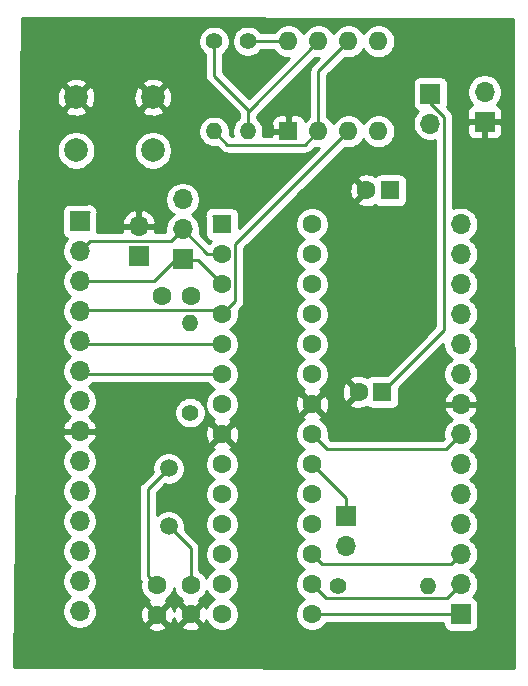
<source format=gbr>
%TF.GenerationSoftware,KiCad,Pcbnew,(5.1.6-0-10_14)*%
%TF.CreationDate,2020-09-11T17:53:59-04:00*%
%TF.ProjectId,bare_atmega328,62617265-5f61-4746-9d65-67613332382e,rev?*%
%TF.SameCoordinates,Original*%
%TF.FileFunction,Copper,L2,Bot*%
%TF.FilePolarity,Positive*%
%FSLAX46Y46*%
G04 Gerber Fmt 4.6, Leading zero omitted, Abs format (unit mm)*
G04 Created by KiCad (PCBNEW (5.1.6-0-10_14)) date 2020-09-11 17:53:59*
%MOMM*%
%LPD*%
G01*
G04 APERTURE LIST*
%TA.AperFunction,ComponentPad*%
%ADD10O,1.600000X1.600000*%
%TD*%
%TA.AperFunction,ComponentPad*%
%ADD11R,1.600000X1.600000*%
%TD*%
%TA.AperFunction,ComponentPad*%
%ADD12O,1.400000X1.400000*%
%TD*%
%TA.AperFunction,ComponentPad*%
%ADD13C,1.400000*%
%TD*%
%TA.AperFunction,ComponentPad*%
%ADD14O,1.700000X1.700000*%
%TD*%
%TA.AperFunction,ComponentPad*%
%ADD15R,1.700000X1.700000*%
%TD*%
%TA.AperFunction,ComponentPad*%
%ADD16C,1.600000*%
%TD*%
%TA.AperFunction,ComponentPad*%
%ADD17C,2.000000*%
%TD*%
%TA.AperFunction,ComponentPad*%
%ADD18C,1.500000*%
%TD*%
%TA.AperFunction,Conductor*%
%ADD19C,0.250000*%
%TD*%
%TA.AperFunction,Conductor*%
%ADD20C,0.254000*%
%TD*%
G04 APERTURE END LIST*
D10*
%TO.P,U2,8*%
%TO.N,Net-(J7-Pad2)*%
X150400000Y-58180000D03*
%TO.P,U2,4*%
X158020000Y-65800000D03*
%TO.P,U2,7*%
%TO.N,Net-(R3-Pad1)*%
X152940000Y-58180000D03*
%TO.P,U2,3*%
%TO.N,Net-(J6-Pad4)*%
X155480000Y-65800000D03*
%TO.P,U2,6*%
%TO.N,Net-(C5-Pad1)*%
X155480000Y-58180000D03*
%TO.P,U2,2*%
X152940000Y-65800000D03*
%TO.P,U2,5*%
%TO.N,N/C*%
X158020000Y-58180000D03*
D11*
%TO.P,U2,1*%
%TO.N,GND*%
X150400000Y-65800000D03*
%TD*%
D12*
%TO.P,R4,2*%
%TO.N,Net-(R3-Pad1)*%
X146950900Y-65792160D03*
D13*
%TO.P,R4,1*%
%TO.N,Net-(J7-Pad2)*%
X146950900Y-58172160D03*
%TD*%
D14*
%TO.P,J7,2*%
%TO.N,Net-(J7-Pad2)*%
X162400000Y-65140000D03*
D15*
%TO.P,J7,1*%
%TO.N,VCC*%
X162400000Y-62600000D03*
%TD*%
D12*
%TO.P,R3,2*%
%TO.N,Net-(C5-Pad1)*%
X144098480Y-65792160D03*
D13*
%TO.P,R3,1*%
%TO.N,Net-(R3-Pad1)*%
X144098480Y-58172160D03*
%TD*%
D16*
%TO.P,C5,2*%
%TO.N,GND*%
X157000000Y-70800000D03*
D11*
%TO.P,C5,1*%
%TO.N,Net-(C5-Pad1)*%
X159000000Y-70800000D03*
%TD*%
D14*
%TO.P,J5,14*%
%TO.N,Net-(J5-Pad14)*%
X165000000Y-73660000D03*
%TO.P,J5,13*%
%TO.N,Net-(J5-Pad13)*%
X165000000Y-76200000D03*
%TO.P,J5,12*%
%TO.N,Net-(J5-Pad12)*%
X165000000Y-78740000D03*
%TO.P,J5,11*%
%TO.N,Net-(J5-Pad11)*%
X165000000Y-81280000D03*
%TO.P,J5,10*%
%TO.N,Net-(J5-Pad10)*%
X165000000Y-83820000D03*
%TO.P,J5,9*%
%TO.N,Net-(J5-Pad9)*%
X165000000Y-86360000D03*
%TO.P,J5,8*%
%TO.N,GND*%
X165000000Y-88900000D03*
%TO.P,J5,7*%
%TO.N,Net-(J5-Pad7)*%
X165000000Y-91440000D03*
%TO.P,J5,6*%
%TO.N,VCC*%
X165000000Y-93980000D03*
%TO.P,J5,5*%
%TO.N,Net-(J5-Pad5)*%
X165000000Y-96520000D03*
%TO.P,J5,4*%
%TO.N,Net-(J5-Pad4)*%
X165000000Y-99060000D03*
%TO.P,J5,3*%
%TO.N,Net-(J5-Pad3)*%
X165000000Y-101600000D03*
%TO.P,J5,2*%
%TO.N,Net-(J5-Pad2)*%
X165000000Y-104140000D03*
D15*
%TO.P,J5,1*%
%TO.N,Net-(J5-Pad1)*%
X165000000Y-106680000D03*
%TD*%
D14*
%TO.P,J6,14*%
%TO.N,Net-(J6-Pad14)*%
X132709920Y-106436160D03*
%TO.P,J6,13*%
%TO.N,Net-(J6-Pad13)*%
X132709920Y-103896160D03*
%TO.P,J6,12*%
%TO.N,Net-(J6-Pad12)*%
X132709920Y-101356160D03*
%TO.P,J6,11*%
%TO.N,Net-(J6-Pad11)*%
X132709920Y-98816160D03*
%TO.P,J6,10*%
%TO.N,Net-(C2-Pad2)*%
X132709920Y-96276160D03*
%TO.P,J6,9*%
%TO.N,Net-(C1-Pad1)*%
X132709920Y-93736160D03*
%TO.P,J6,8*%
%TO.N,GND*%
X132709920Y-91196160D03*
%TO.P,J6,7*%
%TO.N,VCC*%
X132709920Y-88656160D03*
%TO.P,J6,6*%
%TO.N,Net-(J6-Pad6)*%
X132709920Y-86116160D03*
%TO.P,J6,5*%
%TO.N,Net-(J6-Pad5)*%
X132709920Y-83576160D03*
%TO.P,J6,4*%
%TO.N,Net-(J6-Pad4)*%
X132709920Y-81036160D03*
%TO.P,J6,3*%
%TO.N,Net-(J3-Pad1)*%
X132709920Y-78496160D03*
%TO.P,J6,2*%
%TO.N,Net-(J3-Pad2)*%
X132709920Y-75956160D03*
D15*
%TO.P,J6,1*%
%TO.N,Net-(C4-Pad1)*%
X132709920Y-73416160D03*
%TD*%
D14*
%TO.P,J3,3*%
%TO.N,Net-(C4-Pad2)*%
X141439900Y-71561960D03*
%TO.P,J3,2*%
%TO.N,Net-(J3-Pad2)*%
X141439900Y-74101960D03*
D15*
%TO.P,J3,1*%
%TO.N,Net-(J3-Pad1)*%
X141439900Y-76641960D03*
%TD*%
D14*
%TO.P,J4,2*%
%TO.N,VCC*%
X167000000Y-62460000D03*
D15*
%TO.P,J4,1*%
%TO.N,GND*%
X167000000Y-65000000D03*
%TD*%
D14*
%TO.P,J2,2*%
%TO.N,GND*%
X137728960Y-73825100D03*
D15*
%TO.P,J2,1*%
%TO.N,VCC*%
X137728960Y-76365100D03*
%TD*%
D14*
%TO.P,J1,2*%
%TO.N,Net-(J1-Pad2)*%
X155267660Y-100873560D03*
D15*
%TO.P,J1,1*%
%TO.N,VCC*%
X155267660Y-98333560D03*
%TD*%
D16*
%TO.P,U1,28*%
%TO.N,Net-(J5-Pad14)*%
X152400000Y-73660000D03*
%TO.P,U1,27*%
%TO.N,Net-(J5-Pad13)*%
X152400000Y-76200000D03*
%TO.P,U1,26*%
%TO.N,Net-(J5-Pad12)*%
X152400000Y-78740000D03*
%TO.P,U1,25*%
%TO.N,Net-(J5-Pad11)*%
X152400000Y-81280000D03*
%TO.P,U1,24*%
%TO.N,Net-(J5-Pad10)*%
X152400000Y-83820000D03*
%TO.P,U1,23*%
%TO.N,Net-(J5-Pad9)*%
X152400000Y-86360000D03*
%TO.P,U1,22*%
%TO.N,GND*%
X152400000Y-88900000D03*
%TO.P,U1,21*%
%TO.N,Net-(J5-Pad7)*%
X152400000Y-91440000D03*
%TO.P,U1,20*%
%TO.N,VCC*%
X152400000Y-93980000D03*
%TO.P,U1,19*%
%TO.N,Net-(J5-Pad5)*%
X152400000Y-96520000D03*
%TO.P,U1,18*%
%TO.N,Net-(J5-Pad4)*%
X152400000Y-99060000D03*
%TO.P,U1,17*%
%TO.N,Net-(J5-Pad3)*%
X152400000Y-101600000D03*
%TO.P,U1,16*%
%TO.N,Net-(J5-Pad2)*%
X152400000Y-104140000D03*
%TO.P,U1,15*%
%TO.N,Net-(J5-Pad1)*%
X152400000Y-106680000D03*
%TO.P,U1,14*%
%TO.N,Net-(J6-Pad14)*%
X144780000Y-106680000D03*
%TO.P,U1,13*%
%TO.N,Net-(J6-Pad13)*%
X144780000Y-104140000D03*
%TO.P,U1,12*%
%TO.N,Net-(J6-Pad12)*%
X144780000Y-101600000D03*
%TO.P,U1,11*%
%TO.N,Net-(J6-Pad11)*%
X144780000Y-99060000D03*
%TO.P,U1,10*%
%TO.N,Net-(C2-Pad2)*%
X144780000Y-96520000D03*
%TO.P,U1,9*%
%TO.N,Net-(C1-Pad1)*%
X144780000Y-93980000D03*
%TO.P,U1,8*%
%TO.N,GND*%
X144780000Y-91440000D03*
%TO.P,U1,7*%
%TO.N,VCC*%
X144780000Y-88900000D03*
%TO.P,U1,6*%
%TO.N,Net-(J6-Pad6)*%
X144780000Y-86360000D03*
%TO.P,U1,5*%
%TO.N,Net-(J6-Pad5)*%
X144780000Y-83820000D03*
%TO.P,U1,4*%
%TO.N,Net-(J6-Pad4)*%
X144780000Y-81280000D03*
%TO.P,U1,3*%
%TO.N,Net-(J3-Pad1)*%
X144780000Y-78740000D03*
%TO.P,U1,2*%
%TO.N,Net-(J3-Pad2)*%
X144780000Y-76200000D03*
D11*
%TO.P,U1,1*%
%TO.N,Net-(C4-Pad1)*%
X144780000Y-73660000D03*
%TD*%
D17*
%TO.P,SW1,1*%
%TO.N,GND*%
X138917820Y-62918340D03*
%TO.P,SW1,2*%
%TO.N,Net-(C4-Pad1)*%
X138917820Y-67418340D03*
%TO.P,SW1,1*%
%TO.N,GND*%
X132417820Y-62918340D03*
%TO.P,SW1,2*%
%TO.N,Net-(C4-Pad1)*%
X132417820Y-67418340D03*
%TD*%
D16*
%TO.P,C4,2*%
%TO.N,Net-(C4-Pad2)*%
X139679040Y-79766160D03*
%TO.P,C4,1*%
%TO.N,Net-(C4-Pad1)*%
X142179040Y-79766160D03*
%TD*%
D12*
%TO.P,R2,2*%
%TO.N,Net-(D1-Pad1)*%
X162184080Y-104272080D03*
D13*
%TO.P,R2,1*%
%TO.N,Net-(J1-Pad2)*%
X154564080Y-104272080D03*
%TD*%
D18*
%TO.P,Y1,2*%
%TO.N,Net-(C2-Pad2)*%
X140256260Y-99240680D03*
%TO.P,Y1,1*%
%TO.N,Net-(C1-Pad1)*%
X140256260Y-94340680D03*
%TD*%
D12*
%TO.P,R1,2*%
%TO.N,Net-(C4-Pad1)*%
X142062200Y-81991200D03*
D13*
%TO.P,R1,1*%
%TO.N,VCC*%
X142062200Y-89611200D03*
%TD*%
D16*
%TO.P,C3,2*%
%TO.N,GND*%
X156343600Y-87858600D03*
D11*
%TO.P,C3,1*%
%TO.N,VCC*%
X158343600Y-87858600D03*
%TD*%
D16*
%TO.P,C2,2*%
%TO.N,Net-(C2-Pad2)*%
X142107920Y-104187620D03*
%TO.P,C2,1*%
%TO.N,GND*%
X142107920Y-106687620D03*
%TD*%
%TO.P,C1,2*%
%TO.N,GND*%
X139291060Y-106721280D03*
%TO.P,C1,1*%
%TO.N,Net-(C1-Pad1)*%
X139291060Y-104221280D03*
%TD*%
D19*
%TO.N,VCC*%
X155267660Y-96847660D02*
X155267660Y-98333560D01*
X152400000Y-93980000D02*
X155267660Y-96847660D01*
X162468560Y-83733640D02*
X158343600Y-87858600D01*
X163575001Y-82627199D02*
X162468560Y-83733640D01*
X163575001Y-64575999D02*
X163575001Y-82627199D01*
X162400000Y-63400998D02*
X163575001Y-64575999D01*
X162400000Y-62600000D02*
X162400000Y-63400998D01*
%TO.N,Net-(C1-Pad1)*%
X138491061Y-96105879D02*
X140256260Y-94340680D01*
X138491061Y-103421281D02*
X138491061Y-96105879D01*
X139291060Y-104221280D02*
X138491061Y-103421281D01*
%TO.N,Net-(C2-Pad2)*%
X142107920Y-101092340D02*
X140256260Y-99240680D01*
X142107920Y-104187620D02*
X142107920Y-101092340D01*
%TO.N,Net-(C4-Pad1)*%
X144110459Y-72990459D02*
X144780000Y-73660000D01*
X132709920Y-73416160D02*
X133482529Y-72643551D01*
X133475981Y-72650099D02*
X132709920Y-73416160D01*
X144780000Y-73660000D02*
X144046959Y-72926959D01*
%TO.N,Net-(J3-Pad2)*%
X141503400Y-74165460D02*
X141439900Y-74101960D01*
X143537940Y-76200000D02*
X141439900Y-74101960D01*
X144780000Y-76200000D02*
X143537940Y-76200000D01*
X140435699Y-75106161D02*
X141439900Y-74101960D01*
X133559919Y-75106161D02*
X140435699Y-75106161D01*
X132709920Y-75956160D02*
X133559919Y-75106161D01*
%TO.N,Net-(J3-Pad1)*%
X140830898Y-76705460D02*
X142115540Y-76705460D01*
X139040198Y-78496160D02*
X140830898Y-76705460D01*
X132709920Y-78496160D02*
X139040198Y-78496160D01*
X142745460Y-76705460D02*
X144780000Y-78740000D01*
X142115540Y-76705460D02*
X142745460Y-76705460D01*
X141503400Y-76705460D02*
X141439900Y-76641960D01*
X142745460Y-76705460D02*
X141503400Y-76705460D01*
%TO.N,Net-(J5-Pad7)*%
X163748799Y-92691201D02*
X165000000Y-91440000D01*
X153651201Y-92691201D02*
X163748799Y-92691201D01*
X152400000Y-91440000D02*
X153651201Y-92691201D01*
%TO.N,Net-(J5-Pad3)*%
X164200001Y-102399999D02*
X165000000Y-101600000D01*
X153199999Y-102399999D02*
X164200001Y-102399999D01*
X152400000Y-101600000D02*
X153199999Y-102399999D01*
%TO.N,Net-(J5-Pad2)*%
X153557081Y-105297081D02*
X152400000Y-104140000D01*
X163842919Y-105297081D02*
X153557081Y-105297081D01*
X165000000Y-104140000D02*
X163842919Y-105297081D01*
%TO.N,Net-(J5-Pad1)*%
X165000000Y-106680000D02*
X152400000Y-106680000D01*
%TO.N,Net-(J6-Pad6)*%
X132953760Y-86360000D02*
X132709920Y-86116160D01*
X144780000Y-86360000D02*
X132953760Y-86360000D01*
%TO.N,Net-(J6-Pad5)*%
X132953760Y-83820000D02*
X132709920Y-83576160D01*
X144780000Y-83820000D02*
X132953760Y-83820000D01*
%TO.N,Net-(J6-Pad4)*%
X132779881Y-80966199D02*
X132709920Y-81036160D01*
X144466199Y-80966199D02*
X132779881Y-80966199D01*
X144780000Y-81280000D02*
X144466199Y-80966199D01*
X145905001Y-80154999D02*
X145905001Y-75374999D01*
X145905001Y-75374999D02*
X155480000Y-65800000D01*
X144780000Y-81280000D02*
X145905001Y-80154999D01*
%TO.N,Net-(C5-Pad1)*%
X152940000Y-60720000D02*
X155480000Y-58180000D01*
X152940000Y-65800000D02*
X152940000Y-60720000D01*
X151814999Y-66925001D02*
X152940000Y-65800000D01*
X145231321Y-66925001D02*
X151814999Y-66925001D01*
X144098480Y-65792160D02*
X145231321Y-66925001D01*
%TO.N,Net-(R3-Pad1)*%
X146950900Y-65792160D02*
X146950900Y-64169100D01*
X144098480Y-61098480D02*
X147060000Y-64060000D01*
X144098480Y-58172160D02*
X144098480Y-61098480D01*
X147060000Y-64060000D02*
X152940000Y-58180000D01*
X146950900Y-64169100D02*
X147060000Y-64060000D01*
%TO.N,Net-(J7-Pad2)*%
X150392160Y-58172160D02*
X150400000Y-58180000D01*
X146950900Y-58172160D02*
X150392160Y-58172160D01*
%TD*%
D20*
%TO.N,GND*%
G36*
X169440758Y-56258465D02*
G01*
X169503999Y-111248206D01*
X127170017Y-111142309D01*
X127378279Y-93589900D01*
X131224920Y-93589900D01*
X131224920Y-93882420D01*
X131281988Y-94169318D01*
X131393930Y-94439571D01*
X131556445Y-94682792D01*
X131763288Y-94889635D01*
X131937680Y-95006160D01*
X131763288Y-95122685D01*
X131556445Y-95329528D01*
X131393930Y-95572749D01*
X131281988Y-95843002D01*
X131224920Y-96129900D01*
X131224920Y-96422420D01*
X131281988Y-96709318D01*
X131393930Y-96979571D01*
X131556445Y-97222792D01*
X131763288Y-97429635D01*
X131937680Y-97546160D01*
X131763288Y-97662685D01*
X131556445Y-97869528D01*
X131393930Y-98112749D01*
X131281988Y-98383002D01*
X131224920Y-98669900D01*
X131224920Y-98962420D01*
X131281988Y-99249318D01*
X131393930Y-99519571D01*
X131556445Y-99762792D01*
X131763288Y-99969635D01*
X131937680Y-100086160D01*
X131763288Y-100202685D01*
X131556445Y-100409528D01*
X131393930Y-100652749D01*
X131281988Y-100923002D01*
X131224920Y-101209900D01*
X131224920Y-101502420D01*
X131281988Y-101789318D01*
X131393930Y-102059571D01*
X131556445Y-102302792D01*
X131763288Y-102509635D01*
X131937680Y-102626160D01*
X131763288Y-102742685D01*
X131556445Y-102949528D01*
X131393930Y-103192749D01*
X131281988Y-103463002D01*
X131224920Y-103749900D01*
X131224920Y-104042420D01*
X131281988Y-104329318D01*
X131393930Y-104599571D01*
X131556445Y-104842792D01*
X131763288Y-105049635D01*
X131937680Y-105166160D01*
X131763288Y-105282685D01*
X131556445Y-105489528D01*
X131393930Y-105732749D01*
X131281988Y-106003002D01*
X131224920Y-106289900D01*
X131224920Y-106582420D01*
X131281988Y-106869318D01*
X131393930Y-107139571D01*
X131556445Y-107382792D01*
X131763288Y-107589635D01*
X132006509Y-107752150D01*
X132276762Y-107864092D01*
X132563660Y-107921160D01*
X132856180Y-107921160D01*
X133143078Y-107864092D01*
X133413331Y-107752150D01*
X133470453Y-107713982D01*
X138477963Y-107713982D01*
X138549546Y-107957951D01*
X138805056Y-108078851D01*
X139079244Y-108147580D01*
X139361572Y-108161497D01*
X139641190Y-108120067D01*
X139907352Y-108024883D01*
X140032574Y-107957951D01*
X140104157Y-107713982D01*
X140070497Y-107680322D01*
X141294823Y-107680322D01*
X141366406Y-107924291D01*
X141621916Y-108045191D01*
X141896104Y-108113920D01*
X142178432Y-108127837D01*
X142458050Y-108086407D01*
X142724212Y-107991223D01*
X142849434Y-107924291D01*
X142921017Y-107680322D01*
X142107920Y-106867225D01*
X141294823Y-107680322D01*
X140070497Y-107680322D01*
X139291060Y-106900885D01*
X138477963Y-107713982D01*
X133470453Y-107713982D01*
X133656552Y-107589635D01*
X133863395Y-107382792D01*
X134025910Y-107139571D01*
X134137852Y-106869318D01*
X134153272Y-106791792D01*
X137850843Y-106791792D01*
X137892273Y-107071410D01*
X137987457Y-107337572D01*
X138054389Y-107462794D01*
X138298358Y-107534377D01*
X139111455Y-106721280D01*
X139470665Y-106721280D01*
X140283762Y-107534377D01*
X140527731Y-107462794D01*
X140648631Y-107207284D01*
X140702444Y-106992603D01*
X140709133Y-107037750D01*
X140804317Y-107303912D01*
X140871249Y-107429134D01*
X141115218Y-107500717D01*
X141928315Y-106687620D01*
X141115218Y-105874523D01*
X140871249Y-105946106D01*
X140750349Y-106201616D01*
X140696536Y-106416297D01*
X140689847Y-106371150D01*
X140594663Y-106104988D01*
X140527731Y-105979766D01*
X140283762Y-105908183D01*
X139470665Y-106721280D01*
X139111455Y-106721280D01*
X138298358Y-105908183D01*
X138054389Y-105979766D01*
X137933489Y-106235276D01*
X137864760Y-106509464D01*
X137850843Y-106791792D01*
X134153272Y-106791792D01*
X134194920Y-106582420D01*
X134194920Y-106289900D01*
X134137852Y-106003002D01*
X134025910Y-105732749D01*
X133863395Y-105489528D01*
X133656552Y-105282685D01*
X133482160Y-105166160D01*
X133656552Y-105049635D01*
X133863395Y-104842792D01*
X134025910Y-104599571D01*
X134137852Y-104329318D01*
X134194920Y-104042420D01*
X134194920Y-103749900D01*
X134137852Y-103463002D01*
X134025910Y-103192749D01*
X133863395Y-102949528D01*
X133656552Y-102742685D01*
X133482160Y-102626160D01*
X133656552Y-102509635D01*
X133863395Y-102302792D01*
X134025910Y-102059571D01*
X134137852Y-101789318D01*
X134194920Y-101502420D01*
X134194920Y-101209900D01*
X134137852Y-100923002D01*
X134025910Y-100652749D01*
X133863395Y-100409528D01*
X133656552Y-100202685D01*
X133482160Y-100086160D01*
X133656552Y-99969635D01*
X133863395Y-99762792D01*
X134025910Y-99519571D01*
X134137852Y-99249318D01*
X134194920Y-98962420D01*
X134194920Y-98669900D01*
X134137852Y-98383002D01*
X134025910Y-98112749D01*
X133863395Y-97869528D01*
X133656552Y-97662685D01*
X133482160Y-97546160D01*
X133656552Y-97429635D01*
X133863395Y-97222792D01*
X134025910Y-96979571D01*
X134137852Y-96709318D01*
X134194920Y-96422420D01*
X134194920Y-96129900D01*
X134190142Y-96105879D01*
X137727385Y-96105879D01*
X137731062Y-96143211D01*
X137731061Y-103383958D01*
X137727385Y-103421281D01*
X137731061Y-103458603D01*
X137731061Y-103458613D01*
X137742058Y-103570266D01*
X137763127Y-103639721D01*
X137785515Y-103713527D01*
X137856087Y-103845557D01*
X137886549Y-103882675D01*
X137893593Y-103891257D01*
X137856060Y-104079945D01*
X137856060Y-104362615D01*
X137911207Y-104639854D01*
X138019380Y-104901007D01*
X138176423Y-105136039D01*
X138376301Y-105335917D01*
X138576929Y-105469972D01*
X138549546Y-105484609D01*
X138477963Y-105728578D01*
X139291060Y-106541675D01*
X140104157Y-105728578D01*
X140032574Y-105484609D01*
X140003719Y-105470956D01*
X140205819Y-105335917D01*
X140405697Y-105136039D01*
X140562740Y-104901007D01*
X140670913Y-104639854D01*
X140702838Y-104479360D01*
X140728067Y-104606194D01*
X140836240Y-104867347D01*
X140993283Y-105102379D01*
X141193161Y-105302257D01*
X141393789Y-105436312D01*
X141366406Y-105450949D01*
X141294823Y-105694918D01*
X142107920Y-106508015D01*
X142921017Y-105694918D01*
X142849434Y-105450949D01*
X142820579Y-105437296D01*
X143022679Y-105302257D01*
X143222557Y-105102379D01*
X143379600Y-104867347D01*
X143453822Y-104688158D01*
X143508320Y-104819727D01*
X143665363Y-105054759D01*
X143865241Y-105254637D01*
X144097759Y-105410000D01*
X143865241Y-105565363D01*
X143665363Y-105765241D01*
X143508320Y-106000273D01*
X143442736Y-106158608D01*
X143411523Y-106071328D01*
X143344591Y-105946106D01*
X143100622Y-105874523D01*
X142287525Y-106687620D01*
X143100622Y-107500717D01*
X143344591Y-107429134D01*
X143447224Y-107212229D01*
X143508320Y-107359727D01*
X143665363Y-107594759D01*
X143865241Y-107794637D01*
X144100273Y-107951680D01*
X144361426Y-108059853D01*
X144638665Y-108115000D01*
X144921335Y-108115000D01*
X145198574Y-108059853D01*
X145459727Y-107951680D01*
X145694759Y-107794637D01*
X145894637Y-107594759D01*
X146051680Y-107359727D01*
X146159853Y-107098574D01*
X146215000Y-106821335D01*
X146215000Y-106538665D01*
X146159853Y-106261426D01*
X146051680Y-106000273D01*
X145894637Y-105765241D01*
X145694759Y-105565363D01*
X145462241Y-105410000D01*
X145694759Y-105254637D01*
X145894637Y-105054759D01*
X146051680Y-104819727D01*
X146159853Y-104558574D01*
X146215000Y-104281335D01*
X146215000Y-103998665D01*
X146159853Y-103721426D01*
X146051680Y-103460273D01*
X145894637Y-103225241D01*
X145694759Y-103025363D01*
X145462241Y-102870000D01*
X145694759Y-102714637D01*
X145894637Y-102514759D01*
X146051680Y-102279727D01*
X146159853Y-102018574D01*
X146215000Y-101741335D01*
X146215000Y-101458665D01*
X146159853Y-101181426D01*
X146051680Y-100920273D01*
X145894637Y-100685241D01*
X145694759Y-100485363D01*
X145462241Y-100330000D01*
X145694759Y-100174637D01*
X145894637Y-99974759D01*
X146051680Y-99739727D01*
X146159853Y-99478574D01*
X146215000Y-99201335D01*
X146215000Y-98918665D01*
X146159853Y-98641426D01*
X146051680Y-98380273D01*
X145894637Y-98145241D01*
X145694759Y-97945363D01*
X145462241Y-97790000D01*
X145694759Y-97634637D01*
X145894637Y-97434759D01*
X146051680Y-97199727D01*
X146159853Y-96938574D01*
X146215000Y-96661335D01*
X146215000Y-96378665D01*
X146159853Y-96101426D01*
X146051680Y-95840273D01*
X145894637Y-95605241D01*
X145694759Y-95405363D01*
X145462241Y-95250000D01*
X145694759Y-95094637D01*
X145894637Y-94894759D01*
X146051680Y-94659727D01*
X146159853Y-94398574D01*
X146215000Y-94121335D01*
X146215000Y-93838665D01*
X146159853Y-93561426D01*
X146051680Y-93300273D01*
X145894637Y-93065241D01*
X145694759Y-92865363D01*
X145460872Y-92709085D01*
X145521514Y-92676671D01*
X145593097Y-92432702D01*
X144780000Y-91619605D01*
X143966903Y-92432702D01*
X144038486Y-92676671D01*
X144102992Y-92707194D01*
X144100273Y-92708320D01*
X143865241Y-92865363D01*
X143665363Y-93065241D01*
X143508320Y-93300273D01*
X143400147Y-93561426D01*
X143345000Y-93838665D01*
X143345000Y-94121335D01*
X143400147Y-94398574D01*
X143508320Y-94659727D01*
X143665363Y-94894759D01*
X143865241Y-95094637D01*
X144097759Y-95250000D01*
X143865241Y-95405363D01*
X143665363Y-95605241D01*
X143508320Y-95840273D01*
X143400147Y-96101426D01*
X143345000Y-96378665D01*
X143345000Y-96661335D01*
X143400147Y-96938574D01*
X143508320Y-97199727D01*
X143665363Y-97434759D01*
X143865241Y-97634637D01*
X144097759Y-97790000D01*
X143865241Y-97945363D01*
X143665363Y-98145241D01*
X143508320Y-98380273D01*
X143400147Y-98641426D01*
X143345000Y-98918665D01*
X143345000Y-99201335D01*
X143400147Y-99478574D01*
X143508320Y-99739727D01*
X143665363Y-99974759D01*
X143865241Y-100174637D01*
X144097759Y-100330000D01*
X143865241Y-100485363D01*
X143665363Y-100685241D01*
X143508320Y-100920273D01*
X143400147Y-101181426D01*
X143345000Y-101458665D01*
X143345000Y-101741335D01*
X143400147Y-102018574D01*
X143508320Y-102279727D01*
X143665363Y-102514759D01*
X143865241Y-102714637D01*
X144097759Y-102870000D01*
X143865241Y-103025363D01*
X143665363Y-103225241D01*
X143508320Y-103460273D01*
X143434098Y-103639462D01*
X143379600Y-103507893D01*
X143222557Y-103272861D01*
X143022679Y-103072983D01*
X142867920Y-102969577D01*
X142867920Y-101129665D01*
X142871596Y-101092340D01*
X142867920Y-101055015D01*
X142867920Y-101055007D01*
X142856923Y-100943354D01*
X142813466Y-100800093D01*
X142742894Y-100668064D01*
X142647921Y-100552339D01*
X142618923Y-100528541D01*
X141612427Y-99522045D01*
X141641260Y-99377091D01*
X141641260Y-99104269D01*
X141588035Y-98836691D01*
X141483631Y-98584637D01*
X141332059Y-98357794D01*
X141139146Y-98164881D01*
X140912303Y-98013309D01*
X140660249Y-97908905D01*
X140392671Y-97855680D01*
X140119849Y-97855680D01*
X139852271Y-97908905D01*
X139600217Y-98013309D01*
X139373374Y-98164881D01*
X139251061Y-98287194D01*
X139251061Y-96420680D01*
X139974895Y-95696847D01*
X140119849Y-95725680D01*
X140392671Y-95725680D01*
X140660249Y-95672455D01*
X140912303Y-95568051D01*
X141139146Y-95416479D01*
X141332059Y-95223566D01*
X141483631Y-94996723D01*
X141588035Y-94744669D01*
X141641260Y-94477091D01*
X141641260Y-94204269D01*
X141588035Y-93936691D01*
X141483631Y-93684637D01*
X141332059Y-93457794D01*
X141139146Y-93264881D01*
X140912303Y-93113309D01*
X140660249Y-93008905D01*
X140392671Y-92955680D01*
X140119849Y-92955680D01*
X139852271Y-93008905D01*
X139600217Y-93113309D01*
X139373374Y-93264881D01*
X139180461Y-93457794D01*
X139028889Y-93684637D01*
X138924485Y-93936691D01*
X138871260Y-94204269D01*
X138871260Y-94477091D01*
X138900093Y-94622045D01*
X137980059Y-95542080D01*
X137951061Y-95565878D01*
X137927263Y-95594876D01*
X137927262Y-95594877D01*
X137856087Y-95681603D01*
X137785515Y-95813633D01*
X137742059Y-95956894D01*
X137727385Y-96105879D01*
X134190142Y-96105879D01*
X134137852Y-95843002D01*
X134025910Y-95572749D01*
X133863395Y-95329528D01*
X133656552Y-95122685D01*
X133482160Y-95006160D01*
X133656552Y-94889635D01*
X133863395Y-94682792D01*
X134025910Y-94439571D01*
X134137852Y-94169318D01*
X134194920Y-93882420D01*
X134194920Y-93589900D01*
X134137852Y-93303002D01*
X134025910Y-93032749D01*
X133863395Y-92789528D01*
X133656552Y-92582685D01*
X133474386Y-92460965D01*
X133591275Y-92391338D01*
X133807508Y-92196429D01*
X133981561Y-91963080D01*
X134106745Y-91700259D01*
X134151396Y-91553050D01*
X134128948Y-91510512D01*
X143339783Y-91510512D01*
X143381213Y-91790130D01*
X143476397Y-92056292D01*
X143543329Y-92181514D01*
X143787298Y-92253097D01*
X144600395Y-91440000D01*
X144959605Y-91440000D01*
X145772702Y-92253097D01*
X146016671Y-92181514D01*
X146137571Y-91926004D01*
X146206300Y-91651816D01*
X146220217Y-91369488D01*
X146209724Y-91298665D01*
X150965000Y-91298665D01*
X150965000Y-91581335D01*
X151020147Y-91858574D01*
X151128320Y-92119727D01*
X151285363Y-92354759D01*
X151485241Y-92554637D01*
X151717759Y-92710000D01*
X151485241Y-92865363D01*
X151285363Y-93065241D01*
X151128320Y-93300273D01*
X151020147Y-93561426D01*
X150965000Y-93838665D01*
X150965000Y-94121335D01*
X151020147Y-94398574D01*
X151128320Y-94659727D01*
X151285363Y-94894759D01*
X151485241Y-95094637D01*
X151717759Y-95250000D01*
X151485241Y-95405363D01*
X151285363Y-95605241D01*
X151128320Y-95840273D01*
X151020147Y-96101426D01*
X150965000Y-96378665D01*
X150965000Y-96661335D01*
X151020147Y-96938574D01*
X151128320Y-97199727D01*
X151285363Y-97434759D01*
X151485241Y-97634637D01*
X151717759Y-97790000D01*
X151485241Y-97945363D01*
X151285363Y-98145241D01*
X151128320Y-98380273D01*
X151020147Y-98641426D01*
X150965000Y-98918665D01*
X150965000Y-99201335D01*
X151020147Y-99478574D01*
X151128320Y-99739727D01*
X151285363Y-99974759D01*
X151485241Y-100174637D01*
X151717759Y-100330000D01*
X151485241Y-100485363D01*
X151285363Y-100685241D01*
X151128320Y-100920273D01*
X151020147Y-101181426D01*
X150965000Y-101458665D01*
X150965000Y-101741335D01*
X151020147Y-102018574D01*
X151128320Y-102279727D01*
X151285363Y-102514759D01*
X151485241Y-102714637D01*
X151717759Y-102870000D01*
X151485241Y-103025363D01*
X151285363Y-103225241D01*
X151128320Y-103460273D01*
X151020147Y-103721426D01*
X150965000Y-103998665D01*
X150965000Y-104281335D01*
X151020147Y-104558574D01*
X151128320Y-104819727D01*
X151285363Y-105054759D01*
X151485241Y-105254637D01*
X151717759Y-105410000D01*
X151485241Y-105565363D01*
X151285363Y-105765241D01*
X151128320Y-106000273D01*
X151020147Y-106261426D01*
X150965000Y-106538665D01*
X150965000Y-106821335D01*
X151020147Y-107098574D01*
X151128320Y-107359727D01*
X151285363Y-107594759D01*
X151485241Y-107794637D01*
X151720273Y-107951680D01*
X151981426Y-108059853D01*
X152258665Y-108115000D01*
X152541335Y-108115000D01*
X152818574Y-108059853D01*
X153079727Y-107951680D01*
X153314759Y-107794637D01*
X153514637Y-107594759D01*
X153618043Y-107440000D01*
X163511928Y-107440000D01*
X163511928Y-107530000D01*
X163524188Y-107654482D01*
X163560498Y-107774180D01*
X163619463Y-107884494D01*
X163698815Y-107981185D01*
X163795506Y-108060537D01*
X163905820Y-108119502D01*
X164025518Y-108155812D01*
X164150000Y-108168072D01*
X165850000Y-108168072D01*
X165974482Y-108155812D01*
X166094180Y-108119502D01*
X166204494Y-108060537D01*
X166301185Y-107981185D01*
X166380537Y-107884494D01*
X166439502Y-107774180D01*
X166475812Y-107654482D01*
X166488072Y-107530000D01*
X166488072Y-105830000D01*
X166475812Y-105705518D01*
X166439502Y-105585820D01*
X166380537Y-105475506D01*
X166301185Y-105378815D01*
X166204494Y-105299463D01*
X166094180Y-105240498D01*
X166021620Y-105218487D01*
X166153475Y-105086632D01*
X166315990Y-104843411D01*
X166427932Y-104573158D01*
X166485000Y-104286260D01*
X166485000Y-103993740D01*
X166427932Y-103706842D01*
X166315990Y-103436589D01*
X166153475Y-103193368D01*
X165946632Y-102986525D01*
X165772240Y-102870000D01*
X165946632Y-102753475D01*
X166153475Y-102546632D01*
X166315990Y-102303411D01*
X166427932Y-102033158D01*
X166485000Y-101746260D01*
X166485000Y-101453740D01*
X166427932Y-101166842D01*
X166315990Y-100896589D01*
X166153475Y-100653368D01*
X165946632Y-100446525D01*
X165772240Y-100330000D01*
X165946632Y-100213475D01*
X166153475Y-100006632D01*
X166315990Y-99763411D01*
X166427932Y-99493158D01*
X166485000Y-99206260D01*
X166485000Y-98913740D01*
X166427932Y-98626842D01*
X166315990Y-98356589D01*
X166153475Y-98113368D01*
X165946632Y-97906525D01*
X165772240Y-97790000D01*
X165946632Y-97673475D01*
X166153475Y-97466632D01*
X166315990Y-97223411D01*
X166427932Y-96953158D01*
X166485000Y-96666260D01*
X166485000Y-96373740D01*
X166427932Y-96086842D01*
X166315990Y-95816589D01*
X166153475Y-95573368D01*
X165946632Y-95366525D01*
X165772240Y-95250000D01*
X165946632Y-95133475D01*
X166153475Y-94926632D01*
X166315990Y-94683411D01*
X166427932Y-94413158D01*
X166485000Y-94126260D01*
X166485000Y-93833740D01*
X166427932Y-93546842D01*
X166315990Y-93276589D01*
X166153475Y-93033368D01*
X165946632Y-92826525D01*
X165772240Y-92710000D01*
X165946632Y-92593475D01*
X166153475Y-92386632D01*
X166315990Y-92143411D01*
X166427932Y-91873158D01*
X166485000Y-91586260D01*
X166485000Y-91293740D01*
X166427932Y-91006842D01*
X166315990Y-90736589D01*
X166153475Y-90493368D01*
X165946632Y-90286525D01*
X165764466Y-90164805D01*
X165881355Y-90095178D01*
X166097588Y-89900269D01*
X166271641Y-89666920D01*
X166396825Y-89404099D01*
X166441476Y-89256890D01*
X166320155Y-89027000D01*
X165127000Y-89027000D01*
X165127000Y-89047000D01*
X164873000Y-89047000D01*
X164873000Y-89027000D01*
X163679845Y-89027000D01*
X163558524Y-89256890D01*
X163603175Y-89404099D01*
X163728359Y-89666920D01*
X163902412Y-89900269D01*
X164118645Y-90095178D01*
X164235534Y-90164805D01*
X164053368Y-90286525D01*
X163846525Y-90493368D01*
X163684010Y-90736589D01*
X163572068Y-91006842D01*
X163515000Y-91293740D01*
X163515000Y-91586260D01*
X163558790Y-91806408D01*
X163433998Y-91931201D01*
X153966004Y-91931201D01*
X153798688Y-91763886D01*
X153835000Y-91581335D01*
X153835000Y-91298665D01*
X153779853Y-91021426D01*
X153671680Y-90760273D01*
X153514637Y-90525241D01*
X153314759Y-90325363D01*
X153080872Y-90169085D01*
X153141514Y-90136671D01*
X153213097Y-89892702D01*
X152400000Y-89079605D01*
X151586903Y-89892702D01*
X151658486Y-90136671D01*
X151722992Y-90167194D01*
X151720273Y-90168320D01*
X151485241Y-90325363D01*
X151285363Y-90525241D01*
X151128320Y-90760273D01*
X151020147Y-91021426D01*
X150965000Y-91298665D01*
X146209724Y-91298665D01*
X146178787Y-91089870D01*
X146083603Y-90823708D01*
X146016671Y-90698486D01*
X145772702Y-90626903D01*
X144959605Y-91440000D01*
X144600395Y-91440000D01*
X143787298Y-90626903D01*
X143543329Y-90698486D01*
X143422429Y-90953996D01*
X143353700Y-91228184D01*
X143339783Y-91510512D01*
X134128948Y-91510512D01*
X134030075Y-91323160D01*
X132836920Y-91323160D01*
X132836920Y-91343160D01*
X132582920Y-91343160D01*
X132582920Y-91323160D01*
X131389765Y-91323160D01*
X131268444Y-91553050D01*
X131313095Y-91700259D01*
X131438279Y-91963080D01*
X131612332Y-92196429D01*
X131828565Y-92391338D01*
X131945454Y-92460965D01*
X131763288Y-92582685D01*
X131556445Y-92789528D01*
X131393930Y-93032749D01*
X131281988Y-93303002D01*
X131224920Y-93589900D01*
X127378279Y-93589900D01*
X127627731Y-72566160D01*
X131221848Y-72566160D01*
X131221848Y-74266160D01*
X131234108Y-74390642D01*
X131270418Y-74510340D01*
X131329383Y-74620654D01*
X131408735Y-74717345D01*
X131505426Y-74796697D01*
X131615740Y-74855662D01*
X131688300Y-74877673D01*
X131556445Y-75009528D01*
X131393930Y-75252749D01*
X131281988Y-75523002D01*
X131224920Y-75809900D01*
X131224920Y-76102420D01*
X131281988Y-76389318D01*
X131393930Y-76659571D01*
X131556445Y-76902792D01*
X131763288Y-77109635D01*
X131937680Y-77226160D01*
X131763288Y-77342685D01*
X131556445Y-77549528D01*
X131393930Y-77792749D01*
X131281988Y-78063002D01*
X131224920Y-78349900D01*
X131224920Y-78642420D01*
X131281988Y-78929318D01*
X131393930Y-79199571D01*
X131556445Y-79442792D01*
X131763288Y-79649635D01*
X131937680Y-79766160D01*
X131763288Y-79882685D01*
X131556445Y-80089528D01*
X131393930Y-80332749D01*
X131281988Y-80603002D01*
X131224920Y-80889900D01*
X131224920Y-81182420D01*
X131281988Y-81469318D01*
X131393930Y-81739571D01*
X131556445Y-81982792D01*
X131763288Y-82189635D01*
X131937680Y-82306160D01*
X131763288Y-82422685D01*
X131556445Y-82629528D01*
X131393930Y-82872749D01*
X131281988Y-83143002D01*
X131224920Y-83429900D01*
X131224920Y-83722420D01*
X131281988Y-84009318D01*
X131393930Y-84279571D01*
X131556445Y-84522792D01*
X131763288Y-84729635D01*
X131937680Y-84846160D01*
X131763288Y-84962685D01*
X131556445Y-85169528D01*
X131393930Y-85412749D01*
X131281988Y-85683002D01*
X131224920Y-85969900D01*
X131224920Y-86262420D01*
X131281988Y-86549318D01*
X131393930Y-86819571D01*
X131556445Y-87062792D01*
X131763288Y-87269635D01*
X131937680Y-87386160D01*
X131763288Y-87502685D01*
X131556445Y-87709528D01*
X131393930Y-87952749D01*
X131281988Y-88223002D01*
X131224920Y-88509900D01*
X131224920Y-88802420D01*
X131281988Y-89089318D01*
X131393930Y-89359571D01*
X131556445Y-89602792D01*
X131763288Y-89809635D01*
X131945454Y-89931355D01*
X131828565Y-90000982D01*
X131612332Y-90195891D01*
X131438279Y-90429240D01*
X131313095Y-90692061D01*
X131268444Y-90839270D01*
X131389765Y-91069160D01*
X132582920Y-91069160D01*
X132582920Y-91049160D01*
X132836920Y-91049160D01*
X132836920Y-91069160D01*
X134030075Y-91069160D01*
X134151396Y-90839270D01*
X134106745Y-90692061D01*
X133981561Y-90429240D01*
X133807508Y-90195891D01*
X133591275Y-90000982D01*
X133474386Y-89931355D01*
X133656552Y-89809635D01*
X133863395Y-89602792D01*
X133945633Y-89479714D01*
X140727200Y-89479714D01*
X140727200Y-89742686D01*
X140778504Y-90000605D01*
X140879139Y-90243559D01*
X141025238Y-90462213D01*
X141211187Y-90648162D01*
X141429841Y-90794261D01*
X141672795Y-90894896D01*
X141930714Y-90946200D01*
X142193686Y-90946200D01*
X142451605Y-90894896D01*
X142694559Y-90794261D01*
X142913213Y-90648162D01*
X143099162Y-90462213D01*
X143245261Y-90243559D01*
X143345896Y-90000605D01*
X143397200Y-89742686D01*
X143397200Y-89479714D01*
X143345896Y-89221795D01*
X143245261Y-88978841D01*
X143099162Y-88760187D01*
X142913213Y-88574238D01*
X142694559Y-88428139D01*
X142451605Y-88327504D01*
X142193686Y-88276200D01*
X141930714Y-88276200D01*
X141672795Y-88327504D01*
X141429841Y-88428139D01*
X141211187Y-88574238D01*
X141025238Y-88760187D01*
X140879139Y-88978841D01*
X140778504Y-89221795D01*
X140727200Y-89479714D01*
X133945633Y-89479714D01*
X134025910Y-89359571D01*
X134137852Y-89089318D01*
X134194920Y-88802420D01*
X134194920Y-88509900D01*
X134137852Y-88223002D01*
X134025910Y-87952749D01*
X133863395Y-87709528D01*
X133656552Y-87502685D01*
X133482160Y-87386160D01*
X133656552Y-87269635D01*
X133806187Y-87120000D01*
X143561957Y-87120000D01*
X143665363Y-87274759D01*
X143865241Y-87474637D01*
X144097759Y-87630000D01*
X143865241Y-87785363D01*
X143665363Y-87985241D01*
X143508320Y-88220273D01*
X143400147Y-88481426D01*
X143345000Y-88758665D01*
X143345000Y-89041335D01*
X143400147Y-89318574D01*
X143508320Y-89579727D01*
X143665363Y-89814759D01*
X143865241Y-90014637D01*
X144099128Y-90170915D01*
X144038486Y-90203329D01*
X143966903Y-90447298D01*
X144780000Y-91260395D01*
X145593097Y-90447298D01*
X145521514Y-90203329D01*
X145457008Y-90172806D01*
X145459727Y-90171680D01*
X145694759Y-90014637D01*
X145894637Y-89814759D01*
X146051680Y-89579727D01*
X146159853Y-89318574D01*
X146215000Y-89041335D01*
X146215000Y-88970512D01*
X150959783Y-88970512D01*
X151001213Y-89250130D01*
X151096397Y-89516292D01*
X151163329Y-89641514D01*
X151407298Y-89713097D01*
X152220395Y-88900000D01*
X152579605Y-88900000D01*
X153392702Y-89713097D01*
X153636671Y-89641514D01*
X153757571Y-89386004D01*
X153826300Y-89111816D01*
X153840217Y-88829488D01*
X153798787Y-88549870D01*
X153703603Y-88283708D01*
X153636671Y-88158486D01*
X153392702Y-88086903D01*
X152579605Y-88900000D01*
X152220395Y-88900000D01*
X151407298Y-88086903D01*
X151163329Y-88158486D01*
X151042429Y-88413996D01*
X150973700Y-88688184D01*
X150959783Y-88970512D01*
X146215000Y-88970512D01*
X146215000Y-88758665D01*
X146159853Y-88481426D01*
X146051680Y-88220273D01*
X145894637Y-87985241D01*
X145694759Y-87785363D01*
X145462241Y-87630000D01*
X145694759Y-87474637D01*
X145894637Y-87274759D01*
X146051680Y-87039727D01*
X146159853Y-86778574D01*
X146215000Y-86501335D01*
X146215000Y-86218665D01*
X146159853Y-85941426D01*
X146051680Y-85680273D01*
X145894637Y-85445241D01*
X145694759Y-85245363D01*
X145462241Y-85090000D01*
X145694759Y-84934637D01*
X145894637Y-84734759D01*
X146051680Y-84499727D01*
X146159853Y-84238574D01*
X146215000Y-83961335D01*
X146215000Y-83678665D01*
X146159853Y-83401426D01*
X146051680Y-83140273D01*
X145894637Y-82905241D01*
X145694759Y-82705363D01*
X145462241Y-82550000D01*
X145694759Y-82394637D01*
X145894637Y-82194759D01*
X146051680Y-81959727D01*
X146159853Y-81698574D01*
X146215000Y-81421335D01*
X146215000Y-81138665D01*
X146178688Y-80956114D01*
X146416005Y-80718797D01*
X146445002Y-80695000D01*
X146539975Y-80579275D01*
X146610547Y-80447246D01*
X146654004Y-80303985D01*
X146665001Y-80192332D01*
X146665001Y-80192324D01*
X146668677Y-80154999D01*
X146665001Y-80117674D01*
X146665001Y-75689800D01*
X148836136Y-73518665D01*
X150965000Y-73518665D01*
X150965000Y-73801335D01*
X151020147Y-74078574D01*
X151128320Y-74339727D01*
X151285363Y-74574759D01*
X151485241Y-74774637D01*
X151717759Y-74930000D01*
X151485241Y-75085363D01*
X151285363Y-75285241D01*
X151128320Y-75520273D01*
X151020147Y-75781426D01*
X150965000Y-76058665D01*
X150965000Y-76341335D01*
X151020147Y-76618574D01*
X151128320Y-76879727D01*
X151285363Y-77114759D01*
X151485241Y-77314637D01*
X151717759Y-77470000D01*
X151485241Y-77625363D01*
X151285363Y-77825241D01*
X151128320Y-78060273D01*
X151020147Y-78321426D01*
X150965000Y-78598665D01*
X150965000Y-78881335D01*
X151020147Y-79158574D01*
X151128320Y-79419727D01*
X151285363Y-79654759D01*
X151485241Y-79854637D01*
X151717759Y-80010000D01*
X151485241Y-80165363D01*
X151285363Y-80365241D01*
X151128320Y-80600273D01*
X151020147Y-80861426D01*
X150965000Y-81138665D01*
X150965000Y-81421335D01*
X151020147Y-81698574D01*
X151128320Y-81959727D01*
X151285363Y-82194759D01*
X151485241Y-82394637D01*
X151717759Y-82550000D01*
X151485241Y-82705363D01*
X151285363Y-82905241D01*
X151128320Y-83140273D01*
X151020147Y-83401426D01*
X150965000Y-83678665D01*
X150965000Y-83961335D01*
X151020147Y-84238574D01*
X151128320Y-84499727D01*
X151285363Y-84734759D01*
X151485241Y-84934637D01*
X151717759Y-85090000D01*
X151485241Y-85245363D01*
X151285363Y-85445241D01*
X151128320Y-85680273D01*
X151020147Y-85941426D01*
X150965000Y-86218665D01*
X150965000Y-86501335D01*
X151020147Y-86778574D01*
X151128320Y-87039727D01*
X151285363Y-87274759D01*
X151485241Y-87474637D01*
X151719128Y-87630915D01*
X151658486Y-87663329D01*
X151586903Y-87907298D01*
X152400000Y-88720395D01*
X153191283Y-87929112D01*
X154903383Y-87929112D01*
X154944813Y-88208730D01*
X155039997Y-88474892D01*
X155106929Y-88600114D01*
X155350898Y-88671697D01*
X156163995Y-87858600D01*
X155350898Y-87045503D01*
X155106929Y-87117086D01*
X154986029Y-87372596D01*
X154917300Y-87646784D01*
X154903383Y-87929112D01*
X153191283Y-87929112D01*
X153213097Y-87907298D01*
X153141514Y-87663329D01*
X153077008Y-87632806D01*
X153079727Y-87631680D01*
X153314759Y-87474637D01*
X153514637Y-87274759D01*
X153671680Y-87039727D01*
X153743682Y-86865898D01*
X155530503Y-86865898D01*
X156343600Y-87678995D01*
X156357743Y-87664853D01*
X156537348Y-87844458D01*
X156523205Y-87858600D01*
X156537348Y-87872743D01*
X156357743Y-88052348D01*
X156343600Y-88038205D01*
X155530503Y-88851302D01*
X155602086Y-89095271D01*
X155857596Y-89216171D01*
X156131784Y-89284900D01*
X156414112Y-89298817D01*
X156693730Y-89257387D01*
X156959892Y-89162203D01*
X157081909Y-89096984D01*
X157092415Y-89109785D01*
X157189106Y-89189137D01*
X157299420Y-89248102D01*
X157419118Y-89284412D01*
X157543600Y-89296672D01*
X159143600Y-89296672D01*
X159268082Y-89284412D01*
X159387780Y-89248102D01*
X159498094Y-89189137D01*
X159594785Y-89109785D01*
X159674137Y-89013094D01*
X159733102Y-88902780D01*
X159769412Y-88783082D01*
X159781672Y-88658600D01*
X159781672Y-87495329D01*
X163032359Y-84244644D01*
X163032368Y-84244633D01*
X163515000Y-83762001D01*
X163515000Y-83966260D01*
X163572068Y-84253158D01*
X163684010Y-84523411D01*
X163846525Y-84766632D01*
X164053368Y-84973475D01*
X164227760Y-85090000D01*
X164053368Y-85206525D01*
X163846525Y-85413368D01*
X163684010Y-85656589D01*
X163572068Y-85926842D01*
X163515000Y-86213740D01*
X163515000Y-86506260D01*
X163572068Y-86793158D01*
X163684010Y-87063411D01*
X163846525Y-87306632D01*
X164053368Y-87513475D01*
X164235534Y-87635195D01*
X164118645Y-87704822D01*
X163902412Y-87899731D01*
X163728359Y-88133080D01*
X163603175Y-88395901D01*
X163558524Y-88543110D01*
X163679845Y-88773000D01*
X164873000Y-88773000D01*
X164873000Y-88753000D01*
X165127000Y-88753000D01*
X165127000Y-88773000D01*
X166320155Y-88773000D01*
X166441476Y-88543110D01*
X166396825Y-88395901D01*
X166271641Y-88133080D01*
X166097588Y-87899731D01*
X165881355Y-87704822D01*
X165764466Y-87635195D01*
X165946632Y-87513475D01*
X166153475Y-87306632D01*
X166315990Y-87063411D01*
X166427932Y-86793158D01*
X166485000Y-86506260D01*
X166485000Y-86213740D01*
X166427932Y-85926842D01*
X166315990Y-85656589D01*
X166153475Y-85413368D01*
X165946632Y-85206525D01*
X165772240Y-85090000D01*
X165946632Y-84973475D01*
X166153475Y-84766632D01*
X166315990Y-84523411D01*
X166427932Y-84253158D01*
X166485000Y-83966260D01*
X166485000Y-83673740D01*
X166427932Y-83386842D01*
X166315990Y-83116589D01*
X166153475Y-82873368D01*
X165946632Y-82666525D01*
X165772240Y-82550000D01*
X165946632Y-82433475D01*
X166153475Y-82226632D01*
X166315990Y-81983411D01*
X166427932Y-81713158D01*
X166485000Y-81426260D01*
X166485000Y-81133740D01*
X166427932Y-80846842D01*
X166315990Y-80576589D01*
X166153475Y-80333368D01*
X165946632Y-80126525D01*
X165772240Y-80010000D01*
X165946632Y-79893475D01*
X166153475Y-79686632D01*
X166315990Y-79443411D01*
X166427932Y-79173158D01*
X166485000Y-78886260D01*
X166485000Y-78593740D01*
X166427932Y-78306842D01*
X166315990Y-78036589D01*
X166153475Y-77793368D01*
X165946632Y-77586525D01*
X165772240Y-77470000D01*
X165946632Y-77353475D01*
X166153475Y-77146632D01*
X166315990Y-76903411D01*
X166427932Y-76633158D01*
X166485000Y-76346260D01*
X166485000Y-76053740D01*
X166427932Y-75766842D01*
X166315990Y-75496589D01*
X166153475Y-75253368D01*
X165946632Y-75046525D01*
X165772240Y-74930000D01*
X165946632Y-74813475D01*
X166153475Y-74606632D01*
X166315990Y-74363411D01*
X166427932Y-74093158D01*
X166485000Y-73806260D01*
X166485000Y-73513740D01*
X166427932Y-73226842D01*
X166315990Y-72956589D01*
X166153475Y-72713368D01*
X165946632Y-72506525D01*
X165703411Y-72344010D01*
X165433158Y-72232068D01*
X165146260Y-72175000D01*
X164853740Y-72175000D01*
X164566842Y-72232068D01*
X164335001Y-72328099D01*
X164335001Y-65850000D01*
X165511928Y-65850000D01*
X165524188Y-65974482D01*
X165560498Y-66094180D01*
X165619463Y-66204494D01*
X165698815Y-66301185D01*
X165795506Y-66380537D01*
X165905820Y-66439502D01*
X166025518Y-66475812D01*
X166150000Y-66488072D01*
X166714250Y-66485000D01*
X166873000Y-66326250D01*
X166873000Y-65127000D01*
X167127000Y-65127000D01*
X167127000Y-66326250D01*
X167285750Y-66485000D01*
X167850000Y-66488072D01*
X167974482Y-66475812D01*
X168094180Y-66439502D01*
X168204494Y-66380537D01*
X168301185Y-66301185D01*
X168380537Y-66204494D01*
X168439502Y-66094180D01*
X168475812Y-65974482D01*
X168488072Y-65850000D01*
X168485000Y-65285750D01*
X168326250Y-65127000D01*
X167127000Y-65127000D01*
X166873000Y-65127000D01*
X165673750Y-65127000D01*
X165515000Y-65285750D01*
X165511928Y-65850000D01*
X164335001Y-65850000D01*
X164335001Y-64613321D01*
X164338677Y-64575998D01*
X164335001Y-64538675D01*
X164335001Y-64538666D01*
X164324004Y-64427013D01*
X164280547Y-64283752D01*
X164209975Y-64151723D01*
X164208561Y-64150000D01*
X165511928Y-64150000D01*
X165515000Y-64714250D01*
X165673750Y-64873000D01*
X166873000Y-64873000D01*
X166873000Y-64853000D01*
X167127000Y-64853000D01*
X167127000Y-64873000D01*
X168326250Y-64873000D01*
X168485000Y-64714250D01*
X168488072Y-64150000D01*
X168475812Y-64025518D01*
X168439502Y-63905820D01*
X168380537Y-63795506D01*
X168301185Y-63698815D01*
X168204494Y-63619463D01*
X168094180Y-63560498D01*
X168021620Y-63538487D01*
X168153475Y-63406632D01*
X168315990Y-63163411D01*
X168427932Y-62893158D01*
X168485000Y-62606260D01*
X168485000Y-62313740D01*
X168427932Y-62026842D01*
X168315990Y-61756589D01*
X168153475Y-61513368D01*
X167946632Y-61306525D01*
X167703411Y-61144010D01*
X167433158Y-61032068D01*
X167146260Y-60975000D01*
X166853740Y-60975000D01*
X166566842Y-61032068D01*
X166296589Y-61144010D01*
X166053368Y-61306525D01*
X165846525Y-61513368D01*
X165684010Y-61756589D01*
X165572068Y-62026842D01*
X165515000Y-62313740D01*
X165515000Y-62606260D01*
X165572068Y-62893158D01*
X165684010Y-63163411D01*
X165846525Y-63406632D01*
X165978380Y-63538487D01*
X165905820Y-63560498D01*
X165795506Y-63619463D01*
X165698815Y-63698815D01*
X165619463Y-63795506D01*
X165560498Y-63905820D01*
X165524188Y-64025518D01*
X165511928Y-64150000D01*
X164208561Y-64150000D01*
X164115002Y-64035998D01*
X164086005Y-64012201D01*
X163814590Y-63740786D01*
X163839502Y-63694180D01*
X163875812Y-63574482D01*
X163888072Y-63450000D01*
X163888072Y-61750000D01*
X163875812Y-61625518D01*
X163839502Y-61505820D01*
X163780537Y-61395506D01*
X163701185Y-61298815D01*
X163604494Y-61219463D01*
X163494180Y-61160498D01*
X163374482Y-61124188D01*
X163250000Y-61111928D01*
X161550000Y-61111928D01*
X161425518Y-61124188D01*
X161305820Y-61160498D01*
X161195506Y-61219463D01*
X161098815Y-61298815D01*
X161019463Y-61395506D01*
X160960498Y-61505820D01*
X160924188Y-61625518D01*
X160911928Y-61750000D01*
X160911928Y-63450000D01*
X160924188Y-63574482D01*
X160960498Y-63694180D01*
X161019463Y-63804494D01*
X161098815Y-63901185D01*
X161195506Y-63980537D01*
X161305820Y-64039502D01*
X161378380Y-64061513D01*
X161246525Y-64193368D01*
X161084010Y-64436589D01*
X160972068Y-64706842D01*
X160915000Y-64993740D01*
X160915000Y-65286260D01*
X160972068Y-65573158D01*
X161084010Y-65843411D01*
X161246525Y-66086632D01*
X161453368Y-66293475D01*
X161696589Y-66455990D01*
X161966842Y-66567932D01*
X162253740Y-66625000D01*
X162546260Y-66625000D01*
X162815001Y-66571544D01*
X162815002Y-82312396D01*
X161957567Y-83169832D01*
X161957556Y-83169841D01*
X158706871Y-86420528D01*
X157543600Y-86420528D01*
X157419118Y-86432788D01*
X157299420Y-86469098D01*
X157189106Y-86528063D01*
X157092415Y-86607415D01*
X157081793Y-86620358D01*
X156829604Y-86501029D01*
X156555416Y-86432300D01*
X156273088Y-86418383D01*
X155993470Y-86459813D01*
X155727308Y-86554997D01*
X155602086Y-86621929D01*
X155530503Y-86865898D01*
X153743682Y-86865898D01*
X153779853Y-86778574D01*
X153835000Y-86501335D01*
X153835000Y-86218665D01*
X153779853Y-85941426D01*
X153671680Y-85680273D01*
X153514637Y-85445241D01*
X153314759Y-85245363D01*
X153082241Y-85090000D01*
X153314759Y-84934637D01*
X153514637Y-84734759D01*
X153671680Y-84499727D01*
X153779853Y-84238574D01*
X153835000Y-83961335D01*
X153835000Y-83678665D01*
X153779853Y-83401426D01*
X153671680Y-83140273D01*
X153514637Y-82905241D01*
X153314759Y-82705363D01*
X153082241Y-82550000D01*
X153314759Y-82394637D01*
X153514637Y-82194759D01*
X153671680Y-81959727D01*
X153779853Y-81698574D01*
X153835000Y-81421335D01*
X153835000Y-81138665D01*
X153779853Y-80861426D01*
X153671680Y-80600273D01*
X153514637Y-80365241D01*
X153314759Y-80165363D01*
X153082241Y-80010000D01*
X153314759Y-79854637D01*
X153514637Y-79654759D01*
X153671680Y-79419727D01*
X153779853Y-79158574D01*
X153835000Y-78881335D01*
X153835000Y-78598665D01*
X153779853Y-78321426D01*
X153671680Y-78060273D01*
X153514637Y-77825241D01*
X153314759Y-77625363D01*
X153082241Y-77470000D01*
X153314759Y-77314637D01*
X153514637Y-77114759D01*
X153671680Y-76879727D01*
X153779853Y-76618574D01*
X153835000Y-76341335D01*
X153835000Y-76058665D01*
X153779853Y-75781426D01*
X153671680Y-75520273D01*
X153514637Y-75285241D01*
X153314759Y-75085363D01*
X153082241Y-74930000D01*
X153314759Y-74774637D01*
X153514637Y-74574759D01*
X153671680Y-74339727D01*
X153779853Y-74078574D01*
X153835000Y-73801335D01*
X153835000Y-73518665D01*
X153779853Y-73241426D01*
X153671680Y-72980273D01*
X153514637Y-72745241D01*
X153314759Y-72545363D01*
X153079727Y-72388320D01*
X152818574Y-72280147D01*
X152541335Y-72225000D01*
X152258665Y-72225000D01*
X151981426Y-72280147D01*
X151720273Y-72388320D01*
X151485241Y-72545363D01*
X151285363Y-72745241D01*
X151128320Y-72980273D01*
X151020147Y-73241426D01*
X150965000Y-73518665D01*
X148836136Y-73518665D01*
X151484289Y-70870512D01*
X155559783Y-70870512D01*
X155601213Y-71150130D01*
X155696397Y-71416292D01*
X155763329Y-71541514D01*
X156007298Y-71613097D01*
X156820395Y-70800000D01*
X156007298Y-69986903D01*
X155763329Y-70058486D01*
X155642429Y-70313996D01*
X155573700Y-70588184D01*
X155559783Y-70870512D01*
X151484289Y-70870512D01*
X152547503Y-69807298D01*
X156186903Y-69807298D01*
X157000000Y-70620395D01*
X157014143Y-70606253D01*
X157193748Y-70785858D01*
X157179605Y-70800000D01*
X157193748Y-70814143D01*
X157014143Y-70993748D01*
X157000000Y-70979605D01*
X156186903Y-71792702D01*
X156258486Y-72036671D01*
X156513996Y-72157571D01*
X156788184Y-72226300D01*
X157070512Y-72240217D01*
X157350130Y-72198787D01*
X157616292Y-72103603D01*
X157738309Y-72038384D01*
X157748815Y-72051185D01*
X157845506Y-72130537D01*
X157955820Y-72189502D01*
X158075518Y-72225812D01*
X158200000Y-72238072D01*
X159800000Y-72238072D01*
X159924482Y-72225812D01*
X160044180Y-72189502D01*
X160154494Y-72130537D01*
X160251185Y-72051185D01*
X160330537Y-71954494D01*
X160389502Y-71844180D01*
X160425812Y-71724482D01*
X160438072Y-71600000D01*
X160438072Y-70000000D01*
X160425812Y-69875518D01*
X160389502Y-69755820D01*
X160330537Y-69645506D01*
X160251185Y-69548815D01*
X160154494Y-69469463D01*
X160044180Y-69410498D01*
X159924482Y-69374188D01*
X159800000Y-69361928D01*
X158200000Y-69361928D01*
X158075518Y-69374188D01*
X157955820Y-69410498D01*
X157845506Y-69469463D01*
X157748815Y-69548815D01*
X157738193Y-69561758D01*
X157486004Y-69442429D01*
X157211816Y-69373700D01*
X156929488Y-69359783D01*
X156649870Y-69401213D01*
X156383708Y-69496397D01*
X156258486Y-69563329D01*
X156186903Y-69807298D01*
X152547503Y-69807298D01*
X155156115Y-67198688D01*
X155338665Y-67235000D01*
X155621335Y-67235000D01*
X155898574Y-67179853D01*
X156159727Y-67071680D01*
X156394759Y-66914637D01*
X156594637Y-66714759D01*
X156750000Y-66482241D01*
X156905363Y-66714759D01*
X157105241Y-66914637D01*
X157340273Y-67071680D01*
X157601426Y-67179853D01*
X157878665Y-67235000D01*
X158161335Y-67235000D01*
X158438574Y-67179853D01*
X158699727Y-67071680D01*
X158934759Y-66914637D01*
X159134637Y-66714759D01*
X159291680Y-66479727D01*
X159399853Y-66218574D01*
X159455000Y-65941335D01*
X159455000Y-65658665D01*
X159399853Y-65381426D01*
X159291680Y-65120273D01*
X159134637Y-64885241D01*
X158934759Y-64685363D01*
X158699727Y-64528320D01*
X158438574Y-64420147D01*
X158161335Y-64365000D01*
X157878665Y-64365000D01*
X157601426Y-64420147D01*
X157340273Y-64528320D01*
X157105241Y-64685363D01*
X156905363Y-64885241D01*
X156750000Y-65117759D01*
X156594637Y-64885241D01*
X156394759Y-64685363D01*
X156159727Y-64528320D01*
X155898574Y-64420147D01*
X155621335Y-64365000D01*
X155338665Y-64365000D01*
X155061426Y-64420147D01*
X154800273Y-64528320D01*
X154565241Y-64685363D01*
X154365363Y-64885241D01*
X154210000Y-65117759D01*
X154054637Y-64885241D01*
X153854759Y-64685363D01*
X153700000Y-64581957D01*
X153700000Y-61034801D01*
X155156114Y-59578688D01*
X155338665Y-59615000D01*
X155621335Y-59615000D01*
X155898574Y-59559853D01*
X156159727Y-59451680D01*
X156394759Y-59294637D01*
X156594637Y-59094759D01*
X156750000Y-58862241D01*
X156905363Y-59094759D01*
X157105241Y-59294637D01*
X157340273Y-59451680D01*
X157601426Y-59559853D01*
X157878665Y-59615000D01*
X158161335Y-59615000D01*
X158438574Y-59559853D01*
X158699727Y-59451680D01*
X158934759Y-59294637D01*
X159134637Y-59094759D01*
X159291680Y-58859727D01*
X159399853Y-58598574D01*
X159455000Y-58321335D01*
X159455000Y-58038665D01*
X159399853Y-57761426D01*
X159291680Y-57500273D01*
X159134637Y-57265241D01*
X158934759Y-57065363D01*
X158699727Y-56908320D01*
X158438574Y-56800147D01*
X158161335Y-56745000D01*
X157878665Y-56745000D01*
X157601426Y-56800147D01*
X157340273Y-56908320D01*
X157105241Y-57065363D01*
X156905363Y-57265241D01*
X156750000Y-57497759D01*
X156594637Y-57265241D01*
X156394759Y-57065363D01*
X156159727Y-56908320D01*
X155898574Y-56800147D01*
X155621335Y-56745000D01*
X155338665Y-56745000D01*
X155061426Y-56800147D01*
X154800273Y-56908320D01*
X154565241Y-57065363D01*
X154365363Y-57265241D01*
X154210000Y-57497759D01*
X154054637Y-57265241D01*
X153854759Y-57065363D01*
X153619727Y-56908320D01*
X153358574Y-56800147D01*
X153081335Y-56745000D01*
X152798665Y-56745000D01*
X152521426Y-56800147D01*
X152260273Y-56908320D01*
X152025241Y-57065363D01*
X151825363Y-57265241D01*
X151670000Y-57497759D01*
X151514637Y-57265241D01*
X151314759Y-57065363D01*
X151079727Y-56908320D01*
X150818574Y-56800147D01*
X150541335Y-56745000D01*
X150258665Y-56745000D01*
X149981426Y-56800147D01*
X149720273Y-56908320D01*
X149485241Y-57065363D01*
X149285363Y-57265241D01*
X149187195Y-57412160D01*
X148048675Y-57412160D01*
X147987862Y-57321147D01*
X147801913Y-57135198D01*
X147583259Y-56989099D01*
X147340305Y-56888464D01*
X147082386Y-56837160D01*
X146819414Y-56837160D01*
X146561495Y-56888464D01*
X146318541Y-56989099D01*
X146099887Y-57135198D01*
X145913938Y-57321147D01*
X145767839Y-57539801D01*
X145667204Y-57782755D01*
X145615900Y-58040674D01*
X145615900Y-58303646D01*
X145667204Y-58561565D01*
X145767839Y-58804519D01*
X145913938Y-59023173D01*
X146099887Y-59209122D01*
X146318541Y-59355221D01*
X146561495Y-59455856D01*
X146819414Y-59507160D01*
X147082386Y-59507160D01*
X147340305Y-59455856D01*
X147583259Y-59355221D01*
X147801913Y-59209122D01*
X147987862Y-59023173D01*
X148048675Y-58932160D01*
X149176718Y-58932160D01*
X149285363Y-59094759D01*
X149485241Y-59294637D01*
X149720273Y-59451680D01*
X149981426Y-59559853D01*
X150258665Y-59615000D01*
X150430198Y-59615000D01*
X147060000Y-62985199D01*
X144858480Y-60783679D01*
X144858480Y-59269935D01*
X144949493Y-59209122D01*
X145135442Y-59023173D01*
X145281541Y-58804519D01*
X145382176Y-58561565D01*
X145433480Y-58303646D01*
X145433480Y-58040674D01*
X145382176Y-57782755D01*
X145281541Y-57539801D01*
X145135442Y-57321147D01*
X144949493Y-57135198D01*
X144730839Y-56989099D01*
X144487885Y-56888464D01*
X144229966Y-56837160D01*
X143966994Y-56837160D01*
X143709075Y-56888464D01*
X143466121Y-56989099D01*
X143247467Y-57135198D01*
X143061518Y-57321147D01*
X142915419Y-57539801D01*
X142814784Y-57782755D01*
X142763480Y-58040674D01*
X142763480Y-58303646D01*
X142814784Y-58561565D01*
X142915419Y-58804519D01*
X143061518Y-59023173D01*
X143247467Y-59209122D01*
X143338480Y-59269935D01*
X143338481Y-61061148D01*
X143334804Y-61098480D01*
X143338481Y-61135813D01*
X143349478Y-61247466D01*
X143358322Y-61276622D01*
X143392934Y-61390726D01*
X143463506Y-61522756D01*
X143534681Y-61609482D01*
X143558480Y-61638481D01*
X143587478Y-61662279D01*
X146190901Y-64265703D01*
X146190901Y-64694385D01*
X146099887Y-64755198D01*
X145913938Y-64941147D01*
X145767839Y-65159801D01*
X145667204Y-65402755D01*
X145615900Y-65660674D01*
X145615900Y-65923646D01*
X145663909Y-66165001D01*
X145546123Y-66165001D01*
X145412125Y-66031003D01*
X145433480Y-65923646D01*
X145433480Y-65660674D01*
X145382176Y-65402755D01*
X145281541Y-65159801D01*
X145135442Y-64941147D01*
X144949493Y-64755198D01*
X144730839Y-64609099D01*
X144487885Y-64508464D01*
X144229966Y-64457160D01*
X143966994Y-64457160D01*
X143709075Y-64508464D01*
X143466121Y-64609099D01*
X143247467Y-64755198D01*
X143061518Y-64941147D01*
X142915419Y-65159801D01*
X142814784Y-65402755D01*
X142763480Y-65660674D01*
X142763480Y-65923646D01*
X142814784Y-66181565D01*
X142915419Y-66424519D01*
X143061518Y-66643173D01*
X143247467Y-66829122D01*
X143466121Y-66975221D01*
X143709075Y-67075856D01*
X143966994Y-67127160D01*
X144229966Y-67127160D01*
X144337323Y-67105805D01*
X144667522Y-67436004D01*
X144691320Y-67465002D01*
X144720318Y-67488800D01*
X144807044Y-67559975D01*
X144939074Y-67630547D01*
X145082335Y-67674004D01*
X145193988Y-67685001D01*
X145193997Y-67685001D01*
X145231320Y-67688677D01*
X145268643Y-67685001D01*
X151777677Y-67685001D01*
X151814999Y-67688677D01*
X151852321Y-67685001D01*
X151852332Y-67685001D01*
X151963985Y-67674004D01*
X152107246Y-67630547D01*
X152239275Y-67559975D01*
X152355000Y-67465002D01*
X152378803Y-67435999D01*
X152616113Y-67198688D01*
X152798665Y-67235000D01*
X152970197Y-67235000D01*
X146218072Y-73987127D01*
X146218072Y-72860000D01*
X146205812Y-72735518D01*
X146169502Y-72615820D01*
X146110537Y-72505506D01*
X146031185Y-72408815D01*
X145934494Y-72329463D01*
X145824180Y-72270498D01*
X145704482Y-72234188D01*
X145580000Y-72221928D01*
X144340168Y-72221928D01*
X144339205Y-72221413D01*
X144195944Y-72177957D01*
X144046959Y-72163283D01*
X143897974Y-72177957D01*
X143754713Y-72221413D01*
X143622683Y-72291985D01*
X143506958Y-72386958D01*
X143411985Y-72502683D01*
X143341413Y-72634713D01*
X143297957Y-72777974D01*
X143283283Y-72926959D01*
X143297957Y-73075944D01*
X143341413Y-73219205D01*
X143341928Y-73220168D01*
X143341928Y-74460000D01*
X143354188Y-74584482D01*
X143390498Y-74704180D01*
X143449463Y-74814494D01*
X143528815Y-74911185D01*
X143625506Y-74990537D01*
X143735820Y-75049502D01*
X143855518Y-75085812D01*
X143863961Y-75086643D01*
X143681673Y-75268931D01*
X142881109Y-74468368D01*
X142924900Y-74248220D01*
X142924900Y-73955700D01*
X142867832Y-73668802D01*
X142755890Y-73398549D01*
X142593375Y-73155328D01*
X142386532Y-72948485D01*
X142212140Y-72831960D01*
X142386532Y-72715435D01*
X142593375Y-72508592D01*
X142755890Y-72265371D01*
X142867832Y-71995118D01*
X142924900Y-71708220D01*
X142924900Y-71415700D01*
X142867832Y-71128802D01*
X142755890Y-70858549D01*
X142593375Y-70615328D01*
X142386532Y-70408485D01*
X142143311Y-70245970D01*
X141873058Y-70134028D01*
X141586160Y-70076960D01*
X141293640Y-70076960D01*
X141006742Y-70134028D01*
X140736489Y-70245970D01*
X140493268Y-70408485D01*
X140286425Y-70615328D01*
X140123910Y-70858549D01*
X140011968Y-71128802D01*
X139954900Y-71415700D01*
X139954900Y-71708220D01*
X140011968Y-71995118D01*
X140123910Y-72265371D01*
X140286425Y-72508592D01*
X140493268Y-72715435D01*
X140667660Y-72831960D01*
X140493268Y-72948485D01*
X140286425Y-73155328D01*
X140123910Y-73398549D01*
X140011968Y-73668802D01*
X139954900Y-73955700D01*
X139954900Y-74248220D01*
X139974382Y-74346161D01*
X139117706Y-74346161D01*
X139125785Y-74329199D01*
X139170436Y-74181990D01*
X139049115Y-73952100D01*
X137855960Y-73952100D01*
X137855960Y-73972100D01*
X137601960Y-73972100D01*
X137601960Y-73952100D01*
X136408805Y-73952100D01*
X136287484Y-74181990D01*
X136332135Y-74329199D01*
X136340214Y-74346161D01*
X134190113Y-74346161D01*
X134197992Y-74266160D01*
X134197992Y-73468210D01*
X136287484Y-73468210D01*
X136408805Y-73698100D01*
X137601960Y-73698100D01*
X137601960Y-72504286D01*
X137855960Y-72504286D01*
X137855960Y-73698100D01*
X139049115Y-73698100D01*
X139170436Y-73468210D01*
X139125785Y-73321001D01*
X139000601Y-73058180D01*
X138826548Y-72824831D01*
X138610315Y-72629922D01*
X138360212Y-72480943D01*
X138085851Y-72383619D01*
X137855960Y-72504286D01*
X137601960Y-72504286D01*
X137372069Y-72383619D01*
X137097708Y-72480943D01*
X136847605Y-72629922D01*
X136631372Y-72824831D01*
X136457319Y-73058180D01*
X136332135Y-73321001D01*
X136287484Y-73468210D01*
X134197992Y-73468210D01*
X134197992Y-72903105D01*
X134231531Y-72792538D01*
X134246205Y-72643552D01*
X134231531Y-72494566D01*
X134188075Y-72351305D01*
X134117503Y-72219275D01*
X134022530Y-72103550D01*
X133906805Y-72008577D01*
X133774775Y-71938005D01*
X133631514Y-71894549D01*
X133482528Y-71879875D01*
X133333542Y-71894549D01*
X133222975Y-71928088D01*
X131859920Y-71928088D01*
X131735438Y-71940348D01*
X131615740Y-71976658D01*
X131505426Y-72035623D01*
X131408735Y-72114975D01*
X131329383Y-72211666D01*
X131270418Y-72321980D01*
X131234108Y-72441678D01*
X131221848Y-72566160D01*
X127627731Y-72566160D01*
X127690722Y-67257307D01*
X130782820Y-67257307D01*
X130782820Y-67579373D01*
X130845652Y-67895252D01*
X130968902Y-68192803D01*
X131147833Y-68460592D01*
X131375568Y-68688327D01*
X131643357Y-68867258D01*
X131940908Y-68990508D01*
X132256787Y-69053340D01*
X132578853Y-69053340D01*
X132894732Y-68990508D01*
X133192283Y-68867258D01*
X133460072Y-68688327D01*
X133687807Y-68460592D01*
X133866738Y-68192803D01*
X133989988Y-67895252D01*
X134052820Y-67579373D01*
X134052820Y-67257307D01*
X137282820Y-67257307D01*
X137282820Y-67579373D01*
X137345652Y-67895252D01*
X137468902Y-68192803D01*
X137647833Y-68460592D01*
X137875568Y-68688327D01*
X138143357Y-68867258D01*
X138440908Y-68990508D01*
X138756787Y-69053340D01*
X139078853Y-69053340D01*
X139394732Y-68990508D01*
X139692283Y-68867258D01*
X139960072Y-68688327D01*
X140187807Y-68460592D01*
X140366738Y-68192803D01*
X140489988Y-67895252D01*
X140552820Y-67579373D01*
X140552820Y-67257307D01*
X140489988Y-66941428D01*
X140366738Y-66643877D01*
X140187807Y-66376088D01*
X139960072Y-66148353D01*
X139692283Y-65969422D01*
X139394732Y-65846172D01*
X139078853Y-65783340D01*
X138756787Y-65783340D01*
X138440908Y-65846172D01*
X138143357Y-65969422D01*
X137875568Y-66148353D01*
X137647833Y-66376088D01*
X137468902Y-66643877D01*
X137345652Y-66941428D01*
X137282820Y-67257307D01*
X134052820Y-67257307D01*
X133989988Y-66941428D01*
X133866738Y-66643877D01*
X133687807Y-66376088D01*
X133460072Y-66148353D01*
X133192283Y-65969422D01*
X132894732Y-65846172D01*
X132578853Y-65783340D01*
X132256787Y-65783340D01*
X131940908Y-65846172D01*
X131643357Y-65969422D01*
X131375568Y-66148353D01*
X131147833Y-66376088D01*
X130968902Y-66643877D01*
X130845652Y-66941428D01*
X130782820Y-67257307D01*
X127690722Y-67257307D01*
X127728733Y-64053753D01*
X131462012Y-64053753D01*
X131557776Y-64318154D01*
X131847391Y-64459044D01*
X132158928Y-64540724D01*
X132480415Y-64560058D01*
X132799495Y-64516301D01*
X133103908Y-64411135D01*
X133277864Y-64318154D01*
X133373628Y-64053753D01*
X137962012Y-64053753D01*
X138057776Y-64318154D01*
X138347391Y-64459044D01*
X138658928Y-64540724D01*
X138980415Y-64560058D01*
X139299495Y-64516301D01*
X139603908Y-64411135D01*
X139777864Y-64318154D01*
X139873628Y-64053753D01*
X138917820Y-63097945D01*
X137962012Y-64053753D01*
X133373628Y-64053753D01*
X132417820Y-63097945D01*
X131462012Y-64053753D01*
X127728733Y-64053753D01*
X127741463Y-62980935D01*
X130776102Y-62980935D01*
X130819859Y-63300015D01*
X130925025Y-63604428D01*
X131018006Y-63778384D01*
X131282407Y-63874148D01*
X132238215Y-62918340D01*
X132597425Y-62918340D01*
X133553233Y-63874148D01*
X133817634Y-63778384D01*
X133958524Y-63488769D01*
X134040204Y-63177232D01*
X134052009Y-62980935D01*
X137276102Y-62980935D01*
X137319859Y-63300015D01*
X137425025Y-63604428D01*
X137518006Y-63778384D01*
X137782407Y-63874148D01*
X138738215Y-62918340D01*
X139097425Y-62918340D01*
X140053233Y-63874148D01*
X140317634Y-63778384D01*
X140458524Y-63488769D01*
X140540204Y-63177232D01*
X140559538Y-62855745D01*
X140515781Y-62536665D01*
X140410615Y-62232252D01*
X140317634Y-62058296D01*
X140053233Y-61962532D01*
X139097425Y-62918340D01*
X138738215Y-62918340D01*
X137782407Y-61962532D01*
X137518006Y-62058296D01*
X137377116Y-62347911D01*
X137295436Y-62659448D01*
X137276102Y-62980935D01*
X134052009Y-62980935D01*
X134059538Y-62855745D01*
X134015781Y-62536665D01*
X133910615Y-62232252D01*
X133817634Y-62058296D01*
X133553233Y-61962532D01*
X132597425Y-62918340D01*
X132238215Y-62918340D01*
X131282407Y-61962532D01*
X131018006Y-62058296D01*
X130877116Y-62347911D01*
X130795436Y-62659448D01*
X130776102Y-62980935D01*
X127741463Y-62980935D01*
X127755677Y-61782927D01*
X131462012Y-61782927D01*
X132417820Y-62738735D01*
X133373628Y-61782927D01*
X137962012Y-61782927D01*
X138917820Y-62738735D01*
X139873628Y-61782927D01*
X139777864Y-61518526D01*
X139488249Y-61377636D01*
X139176712Y-61295956D01*
X138855225Y-61276622D01*
X138536145Y-61320379D01*
X138231732Y-61425545D01*
X138057776Y-61518526D01*
X137962012Y-61782927D01*
X133373628Y-61782927D01*
X133277864Y-61518526D01*
X132988249Y-61377636D01*
X132676712Y-61295956D01*
X132355225Y-61276622D01*
X132036145Y-61320379D01*
X131731732Y-61425545D01*
X131557776Y-61518526D01*
X131462012Y-61782927D01*
X127755677Y-61782927D01*
X127822377Y-56161520D01*
X169440758Y-56258465D01*
G37*
X169440758Y-56258465D02*
X169503999Y-111248206D01*
X127170017Y-111142309D01*
X127378279Y-93589900D01*
X131224920Y-93589900D01*
X131224920Y-93882420D01*
X131281988Y-94169318D01*
X131393930Y-94439571D01*
X131556445Y-94682792D01*
X131763288Y-94889635D01*
X131937680Y-95006160D01*
X131763288Y-95122685D01*
X131556445Y-95329528D01*
X131393930Y-95572749D01*
X131281988Y-95843002D01*
X131224920Y-96129900D01*
X131224920Y-96422420D01*
X131281988Y-96709318D01*
X131393930Y-96979571D01*
X131556445Y-97222792D01*
X131763288Y-97429635D01*
X131937680Y-97546160D01*
X131763288Y-97662685D01*
X131556445Y-97869528D01*
X131393930Y-98112749D01*
X131281988Y-98383002D01*
X131224920Y-98669900D01*
X131224920Y-98962420D01*
X131281988Y-99249318D01*
X131393930Y-99519571D01*
X131556445Y-99762792D01*
X131763288Y-99969635D01*
X131937680Y-100086160D01*
X131763288Y-100202685D01*
X131556445Y-100409528D01*
X131393930Y-100652749D01*
X131281988Y-100923002D01*
X131224920Y-101209900D01*
X131224920Y-101502420D01*
X131281988Y-101789318D01*
X131393930Y-102059571D01*
X131556445Y-102302792D01*
X131763288Y-102509635D01*
X131937680Y-102626160D01*
X131763288Y-102742685D01*
X131556445Y-102949528D01*
X131393930Y-103192749D01*
X131281988Y-103463002D01*
X131224920Y-103749900D01*
X131224920Y-104042420D01*
X131281988Y-104329318D01*
X131393930Y-104599571D01*
X131556445Y-104842792D01*
X131763288Y-105049635D01*
X131937680Y-105166160D01*
X131763288Y-105282685D01*
X131556445Y-105489528D01*
X131393930Y-105732749D01*
X131281988Y-106003002D01*
X131224920Y-106289900D01*
X131224920Y-106582420D01*
X131281988Y-106869318D01*
X131393930Y-107139571D01*
X131556445Y-107382792D01*
X131763288Y-107589635D01*
X132006509Y-107752150D01*
X132276762Y-107864092D01*
X132563660Y-107921160D01*
X132856180Y-107921160D01*
X133143078Y-107864092D01*
X133413331Y-107752150D01*
X133470453Y-107713982D01*
X138477963Y-107713982D01*
X138549546Y-107957951D01*
X138805056Y-108078851D01*
X139079244Y-108147580D01*
X139361572Y-108161497D01*
X139641190Y-108120067D01*
X139907352Y-108024883D01*
X140032574Y-107957951D01*
X140104157Y-107713982D01*
X140070497Y-107680322D01*
X141294823Y-107680322D01*
X141366406Y-107924291D01*
X141621916Y-108045191D01*
X141896104Y-108113920D01*
X142178432Y-108127837D01*
X142458050Y-108086407D01*
X142724212Y-107991223D01*
X142849434Y-107924291D01*
X142921017Y-107680322D01*
X142107920Y-106867225D01*
X141294823Y-107680322D01*
X140070497Y-107680322D01*
X139291060Y-106900885D01*
X138477963Y-107713982D01*
X133470453Y-107713982D01*
X133656552Y-107589635D01*
X133863395Y-107382792D01*
X134025910Y-107139571D01*
X134137852Y-106869318D01*
X134153272Y-106791792D01*
X137850843Y-106791792D01*
X137892273Y-107071410D01*
X137987457Y-107337572D01*
X138054389Y-107462794D01*
X138298358Y-107534377D01*
X139111455Y-106721280D01*
X139470665Y-106721280D01*
X140283762Y-107534377D01*
X140527731Y-107462794D01*
X140648631Y-107207284D01*
X140702444Y-106992603D01*
X140709133Y-107037750D01*
X140804317Y-107303912D01*
X140871249Y-107429134D01*
X141115218Y-107500717D01*
X141928315Y-106687620D01*
X141115218Y-105874523D01*
X140871249Y-105946106D01*
X140750349Y-106201616D01*
X140696536Y-106416297D01*
X140689847Y-106371150D01*
X140594663Y-106104988D01*
X140527731Y-105979766D01*
X140283762Y-105908183D01*
X139470665Y-106721280D01*
X139111455Y-106721280D01*
X138298358Y-105908183D01*
X138054389Y-105979766D01*
X137933489Y-106235276D01*
X137864760Y-106509464D01*
X137850843Y-106791792D01*
X134153272Y-106791792D01*
X134194920Y-106582420D01*
X134194920Y-106289900D01*
X134137852Y-106003002D01*
X134025910Y-105732749D01*
X133863395Y-105489528D01*
X133656552Y-105282685D01*
X133482160Y-105166160D01*
X133656552Y-105049635D01*
X133863395Y-104842792D01*
X134025910Y-104599571D01*
X134137852Y-104329318D01*
X134194920Y-104042420D01*
X134194920Y-103749900D01*
X134137852Y-103463002D01*
X134025910Y-103192749D01*
X133863395Y-102949528D01*
X133656552Y-102742685D01*
X133482160Y-102626160D01*
X133656552Y-102509635D01*
X133863395Y-102302792D01*
X134025910Y-102059571D01*
X134137852Y-101789318D01*
X134194920Y-101502420D01*
X134194920Y-101209900D01*
X134137852Y-100923002D01*
X134025910Y-100652749D01*
X133863395Y-100409528D01*
X133656552Y-100202685D01*
X133482160Y-100086160D01*
X133656552Y-99969635D01*
X133863395Y-99762792D01*
X134025910Y-99519571D01*
X134137852Y-99249318D01*
X134194920Y-98962420D01*
X134194920Y-98669900D01*
X134137852Y-98383002D01*
X134025910Y-98112749D01*
X133863395Y-97869528D01*
X133656552Y-97662685D01*
X133482160Y-97546160D01*
X133656552Y-97429635D01*
X133863395Y-97222792D01*
X134025910Y-96979571D01*
X134137852Y-96709318D01*
X134194920Y-96422420D01*
X134194920Y-96129900D01*
X134190142Y-96105879D01*
X137727385Y-96105879D01*
X137731062Y-96143211D01*
X137731061Y-103383958D01*
X137727385Y-103421281D01*
X137731061Y-103458603D01*
X137731061Y-103458613D01*
X137742058Y-103570266D01*
X137763127Y-103639721D01*
X137785515Y-103713527D01*
X137856087Y-103845557D01*
X137886549Y-103882675D01*
X137893593Y-103891257D01*
X137856060Y-104079945D01*
X137856060Y-104362615D01*
X137911207Y-104639854D01*
X138019380Y-104901007D01*
X138176423Y-105136039D01*
X138376301Y-105335917D01*
X138576929Y-105469972D01*
X138549546Y-105484609D01*
X138477963Y-105728578D01*
X139291060Y-106541675D01*
X140104157Y-105728578D01*
X140032574Y-105484609D01*
X140003719Y-105470956D01*
X140205819Y-105335917D01*
X140405697Y-105136039D01*
X140562740Y-104901007D01*
X140670913Y-104639854D01*
X140702838Y-104479360D01*
X140728067Y-104606194D01*
X140836240Y-104867347D01*
X140993283Y-105102379D01*
X141193161Y-105302257D01*
X141393789Y-105436312D01*
X141366406Y-105450949D01*
X141294823Y-105694918D01*
X142107920Y-106508015D01*
X142921017Y-105694918D01*
X142849434Y-105450949D01*
X142820579Y-105437296D01*
X143022679Y-105302257D01*
X143222557Y-105102379D01*
X143379600Y-104867347D01*
X143453822Y-104688158D01*
X143508320Y-104819727D01*
X143665363Y-105054759D01*
X143865241Y-105254637D01*
X144097759Y-105410000D01*
X143865241Y-105565363D01*
X143665363Y-105765241D01*
X143508320Y-106000273D01*
X143442736Y-106158608D01*
X143411523Y-106071328D01*
X143344591Y-105946106D01*
X143100622Y-105874523D01*
X142287525Y-106687620D01*
X143100622Y-107500717D01*
X143344591Y-107429134D01*
X143447224Y-107212229D01*
X143508320Y-107359727D01*
X143665363Y-107594759D01*
X143865241Y-107794637D01*
X144100273Y-107951680D01*
X144361426Y-108059853D01*
X144638665Y-108115000D01*
X144921335Y-108115000D01*
X145198574Y-108059853D01*
X145459727Y-107951680D01*
X145694759Y-107794637D01*
X145894637Y-107594759D01*
X146051680Y-107359727D01*
X146159853Y-107098574D01*
X146215000Y-106821335D01*
X146215000Y-106538665D01*
X146159853Y-106261426D01*
X146051680Y-106000273D01*
X145894637Y-105765241D01*
X145694759Y-105565363D01*
X145462241Y-105410000D01*
X145694759Y-105254637D01*
X145894637Y-105054759D01*
X146051680Y-104819727D01*
X146159853Y-104558574D01*
X146215000Y-104281335D01*
X146215000Y-103998665D01*
X146159853Y-103721426D01*
X146051680Y-103460273D01*
X145894637Y-103225241D01*
X145694759Y-103025363D01*
X145462241Y-102870000D01*
X145694759Y-102714637D01*
X145894637Y-102514759D01*
X146051680Y-102279727D01*
X146159853Y-102018574D01*
X146215000Y-101741335D01*
X146215000Y-101458665D01*
X146159853Y-101181426D01*
X146051680Y-100920273D01*
X145894637Y-100685241D01*
X145694759Y-100485363D01*
X145462241Y-100330000D01*
X145694759Y-100174637D01*
X145894637Y-99974759D01*
X146051680Y-99739727D01*
X146159853Y-99478574D01*
X146215000Y-99201335D01*
X146215000Y-98918665D01*
X146159853Y-98641426D01*
X146051680Y-98380273D01*
X145894637Y-98145241D01*
X145694759Y-97945363D01*
X145462241Y-97790000D01*
X145694759Y-97634637D01*
X145894637Y-97434759D01*
X146051680Y-97199727D01*
X146159853Y-96938574D01*
X146215000Y-96661335D01*
X146215000Y-96378665D01*
X146159853Y-96101426D01*
X146051680Y-95840273D01*
X145894637Y-95605241D01*
X145694759Y-95405363D01*
X145462241Y-95250000D01*
X145694759Y-95094637D01*
X145894637Y-94894759D01*
X146051680Y-94659727D01*
X146159853Y-94398574D01*
X146215000Y-94121335D01*
X146215000Y-93838665D01*
X146159853Y-93561426D01*
X146051680Y-93300273D01*
X145894637Y-93065241D01*
X145694759Y-92865363D01*
X145460872Y-92709085D01*
X145521514Y-92676671D01*
X145593097Y-92432702D01*
X144780000Y-91619605D01*
X143966903Y-92432702D01*
X144038486Y-92676671D01*
X144102992Y-92707194D01*
X144100273Y-92708320D01*
X143865241Y-92865363D01*
X143665363Y-93065241D01*
X143508320Y-93300273D01*
X143400147Y-93561426D01*
X143345000Y-93838665D01*
X143345000Y-94121335D01*
X143400147Y-94398574D01*
X143508320Y-94659727D01*
X143665363Y-94894759D01*
X143865241Y-95094637D01*
X144097759Y-95250000D01*
X143865241Y-95405363D01*
X143665363Y-95605241D01*
X143508320Y-95840273D01*
X143400147Y-96101426D01*
X143345000Y-96378665D01*
X143345000Y-96661335D01*
X143400147Y-96938574D01*
X143508320Y-97199727D01*
X143665363Y-97434759D01*
X143865241Y-97634637D01*
X144097759Y-97790000D01*
X143865241Y-97945363D01*
X143665363Y-98145241D01*
X143508320Y-98380273D01*
X143400147Y-98641426D01*
X143345000Y-98918665D01*
X143345000Y-99201335D01*
X143400147Y-99478574D01*
X143508320Y-99739727D01*
X143665363Y-99974759D01*
X143865241Y-100174637D01*
X144097759Y-100330000D01*
X143865241Y-100485363D01*
X143665363Y-100685241D01*
X143508320Y-100920273D01*
X143400147Y-101181426D01*
X143345000Y-101458665D01*
X143345000Y-101741335D01*
X143400147Y-102018574D01*
X143508320Y-102279727D01*
X143665363Y-102514759D01*
X143865241Y-102714637D01*
X144097759Y-102870000D01*
X143865241Y-103025363D01*
X143665363Y-103225241D01*
X143508320Y-103460273D01*
X143434098Y-103639462D01*
X143379600Y-103507893D01*
X143222557Y-103272861D01*
X143022679Y-103072983D01*
X142867920Y-102969577D01*
X142867920Y-101129665D01*
X142871596Y-101092340D01*
X142867920Y-101055015D01*
X142867920Y-101055007D01*
X142856923Y-100943354D01*
X142813466Y-100800093D01*
X142742894Y-100668064D01*
X142647921Y-100552339D01*
X142618923Y-100528541D01*
X141612427Y-99522045D01*
X141641260Y-99377091D01*
X141641260Y-99104269D01*
X141588035Y-98836691D01*
X141483631Y-98584637D01*
X141332059Y-98357794D01*
X141139146Y-98164881D01*
X140912303Y-98013309D01*
X140660249Y-97908905D01*
X140392671Y-97855680D01*
X140119849Y-97855680D01*
X139852271Y-97908905D01*
X139600217Y-98013309D01*
X139373374Y-98164881D01*
X139251061Y-98287194D01*
X139251061Y-96420680D01*
X139974895Y-95696847D01*
X140119849Y-95725680D01*
X140392671Y-95725680D01*
X140660249Y-95672455D01*
X140912303Y-95568051D01*
X141139146Y-95416479D01*
X141332059Y-95223566D01*
X141483631Y-94996723D01*
X141588035Y-94744669D01*
X141641260Y-94477091D01*
X141641260Y-94204269D01*
X141588035Y-93936691D01*
X141483631Y-93684637D01*
X141332059Y-93457794D01*
X141139146Y-93264881D01*
X140912303Y-93113309D01*
X140660249Y-93008905D01*
X140392671Y-92955680D01*
X140119849Y-92955680D01*
X139852271Y-93008905D01*
X139600217Y-93113309D01*
X139373374Y-93264881D01*
X139180461Y-93457794D01*
X139028889Y-93684637D01*
X138924485Y-93936691D01*
X138871260Y-94204269D01*
X138871260Y-94477091D01*
X138900093Y-94622045D01*
X137980059Y-95542080D01*
X137951061Y-95565878D01*
X137927263Y-95594876D01*
X137927262Y-95594877D01*
X137856087Y-95681603D01*
X137785515Y-95813633D01*
X137742059Y-95956894D01*
X137727385Y-96105879D01*
X134190142Y-96105879D01*
X134137852Y-95843002D01*
X134025910Y-95572749D01*
X133863395Y-95329528D01*
X133656552Y-95122685D01*
X133482160Y-95006160D01*
X133656552Y-94889635D01*
X133863395Y-94682792D01*
X134025910Y-94439571D01*
X134137852Y-94169318D01*
X134194920Y-93882420D01*
X134194920Y-93589900D01*
X134137852Y-93303002D01*
X134025910Y-93032749D01*
X133863395Y-92789528D01*
X133656552Y-92582685D01*
X133474386Y-92460965D01*
X133591275Y-92391338D01*
X133807508Y-92196429D01*
X133981561Y-91963080D01*
X134106745Y-91700259D01*
X134151396Y-91553050D01*
X134128948Y-91510512D01*
X143339783Y-91510512D01*
X143381213Y-91790130D01*
X143476397Y-92056292D01*
X143543329Y-92181514D01*
X143787298Y-92253097D01*
X144600395Y-91440000D01*
X144959605Y-91440000D01*
X145772702Y-92253097D01*
X146016671Y-92181514D01*
X146137571Y-91926004D01*
X146206300Y-91651816D01*
X146220217Y-91369488D01*
X146209724Y-91298665D01*
X150965000Y-91298665D01*
X150965000Y-91581335D01*
X151020147Y-91858574D01*
X151128320Y-92119727D01*
X151285363Y-92354759D01*
X151485241Y-92554637D01*
X151717759Y-92710000D01*
X151485241Y-92865363D01*
X151285363Y-93065241D01*
X151128320Y-93300273D01*
X151020147Y-93561426D01*
X150965000Y-93838665D01*
X150965000Y-94121335D01*
X151020147Y-94398574D01*
X151128320Y-94659727D01*
X151285363Y-94894759D01*
X151485241Y-95094637D01*
X151717759Y-95250000D01*
X151485241Y-95405363D01*
X151285363Y-95605241D01*
X151128320Y-95840273D01*
X151020147Y-96101426D01*
X150965000Y-96378665D01*
X150965000Y-96661335D01*
X151020147Y-96938574D01*
X151128320Y-97199727D01*
X151285363Y-97434759D01*
X151485241Y-97634637D01*
X151717759Y-97790000D01*
X151485241Y-97945363D01*
X151285363Y-98145241D01*
X151128320Y-98380273D01*
X151020147Y-98641426D01*
X150965000Y-98918665D01*
X150965000Y-99201335D01*
X151020147Y-99478574D01*
X151128320Y-99739727D01*
X151285363Y-99974759D01*
X151485241Y-100174637D01*
X151717759Y-100330000D01*
X151485241Y-100485363D01*
X151285363Y-100685241D01*
X151128320Y-100920273D01*
X151020147Y-101181426D01*
X150965000Y-101458665D01*
X150965000Y-101741335D01*
X151020147Y-102018574D01*
X151128320Y-102279727D01*
X151285363Y-102514759D01*
X151485241Y-102714637D01*
X151717759Y-102870000D01*
X151485241Y-103025363D01*
X151285363Y-103225241D01*
X151128320Y-103460273D01*
X151020147Y-103721426D01*
X150965000Y-103998665D01*
X150965000Y-104281335D01*
X151020147Y-104558574D01*
X151128320Y-104819727D01*
X151285363Y-105054759D01*
X151485241Y-105254637D01*
X151717759Y-105410000D01*
X151485241Y-105565363D01*
X151285363Y-105765241D01*
X151128320Y-106000273D01*
X151020147Y-106261426D01*
X150965000Y-106538665D01*
X150965000Y-106821335D01*
X151020147Y-107098574D01*
X151128320Y-107359727D01*
X151285363Y-107594759D01*
X151485241Y-107794637D01*
X151720273Y-107951680D01*
X151981426Y-108059853D01*
X152258665Y-108115000D01*
X152541335Y-108115000D01*
X152818574Y-108059853D01*
X153079727Y-107951680D01*
X153314759Y-107794637D01*
X153514637Y-107594759D01*
X153618043Y-107440000D01*
X163511928Y-107440000D01*
X163511928Y-107530000D01*
X163524188Y-107654482D01*
X163560498Y-107774180D01*
X163619463Y-107884494D01*
X163698815Y-107981185D01*
X163795506Y-108060537D01*
X163905820Y-108119502D01*
X164025518Y-108155812D01*
X164150000Y-108168072D01*
X165850000Y-108168072D01*
X165974482Y-108155812D01*
X166094180Y-108119502D01*
X166204494Y-108060537D01*
X166301185Y-107981185D01*
X166380537Y-107884494D01*
X166439502Y-107774180D01*
X166475812Y-107654482D01*
X166488072Y-107530000D01*
X166488072Y-105830000D01*
X166475812Y-105705518D01*
X166439502Y-105585820D01*
X166380537Y-105475506D01*
X166301185Y-105378815D01*
X166204494Y-105299463D01*
X166094180Y-105240498D01*
X166021620Y-105218487D01*
X166153475Y-105086632D01*
X166315990Y-104843411D01*
X166427932Y-104573158D01*
X166485000Y-104286260D01*
X166485000Y-103993740D01*
X166427932Y-103706842D01*
X166315990Y-103436589D01*
X166153475Y-103193368D01*
X165946632Y-102986525D01*
X165772240Y-102870000D01*
X165946632Y-102753475D01*
X166153475Y-102546632D01*
X166315990Y-102303411D01*
X166427932Y-102033158D01*
X166485000Y-101746260D01*
X166485000Y-101453740D01*
X166427932Y-101166842D01*
X166315990Y-100896589D01*
X166153475Y-100653368D01*
X165946632Y-100446525D01*
X165772240Y-100330000D01*
X165946632Y-100213475D01*
X166153475Y-100006632D01*
X166315990Y-99763411D01*
X166427932Y-99493158D01*
X166485000Y-99206260D01*
X166485000Y-98913740D01*
X166427932Y-98626842D01*
X166315990Y-98356589D01*
X166153475Y-98113368D01*
X165946632Y-97906525D01*
X165772240Y-97790000D01*
X165946632Y-97673475D01*
X166153475Y-97466632D01*
X166315990Y-97223411D01*
X166427932Y-96953158D01*
X166485000Y-96666260D01*
X166485000Y-96373740D01*
X166427932Y-96086842D01*
X166315990Y-95816589D01*
X166153475Y-95573368D01*
X165946632Y-95366525D01*
X165772240Y-95250000D01*
X165946632Y-95133475D01*
X166153475Y-94926632D01*
X166315990Y-94683411D01*
X166427932Y-94413158D01*
X166485000Y-94126260D01*
X166485000Y-93833740D01*
X166427932Y-93546842D01*
X166315990Y-93276589D01*
X166153475Y-93033368D01*
X165946632Y-92826525D01*
X165772240Y-92710000D01*
X165946632Y-92593475D01*
X166153475Y-92386632D01*
X166315990Y-92143411D01*
X166427932Y-91873158D01*
X166485000Y-91586260D01*
X166485000Y-91293740D01*
X166427932Y-91006842D01*
X166315990Y-90736589D01*
X166153475Y-90493368D01*
X165946632Y-90286525D01*
X165764466Y-90164805D01*
X165881355Y-90095178D01*
X166097588Y-89900269D01*
X166271641Y-89666920D01*
X166396825Y-89404099D01*
X166441476Y-89256890D01*
X166320155Y-89027000D01*
X165127000Y-89027000D01*
X165127000Y-89047000D01*
X164873000Y-89047000D01*
X164873000Y-89027000D01*
X163679845Y-89027000D01*
X163558524Y-89256890D01*
X163603175Y-89404099D01*
X163728359Y-89666920D01*
X163902412Y-89900269D01*
X164118645Y-90095178D01*
X164235534Y-90164805D01*
X164053368Y-90286525D01*
X163846525Y-90493368D01*
X163684010Y-90736589D01*
X163572068Y-91006842D01*
X163515000Y-91293740D01*
X163515000Y-91586260D01*
X163558790Y-91806408D01*
X163433998Y-91931201D01*
X153966004Y-91931201D01*
X153798688Y-91763886D01*
X153835000Y-91581335D01*
X153835000Y-91298665D01*
X153779853Y-91021426D01*
X153671680Y-90760273D01*
X153514637Y-90525241D01*
X153314759Y-90325363D01*
X153080872Y-90169085D01*
X153141514Y-90136671D01*
X153213097Y-89892702D01*
X152400000Y-89079605D01*
X151586903Y-89892702D01*
X151658486Y-90136671D01*
X151722992Y-90167194D01*
X151720273Y-90168320D01*
X151485241Y-90325363D01*
X151285363Y-90525241D01*
X151128320Y-90760273D01*
X151020147Y-91021426D01*
X150965000Y-91298665D01*
X146209724Y-91298665D01*
X146178787Y-91089870D01*
X146083603Y-90823708D01*
X146016671Y-90698486D01*
X145772702Y-90626903D01*
X144959605Y-91440000D01*
X144600395Y-91440000D01*
X143787298Y-90626903D01*
X143543329Y-90698486D01*
X143422429Y-90953996D01*
X143353700Y-91228184D01*
X143339783Y-91510512D01*
X134128948Y-91510512D01*
X134030075Y-91323160D01*
X132836920Y-91323160D01*
X132836920Y-91343160D01*
X132582920Y-91343160D01*
X132582920Y-91323160D01*
X131389765Y-91323160D01*
X131268444Y-91553050D01*
X131313095Y-91700259D01*
X131438279Y-91963080D01*
X131612332Y-92196429D01*
X131828565Y-92391338D01*
X131945454Y-92460965D01*
X131763288Y-92582685D01*
X131556445Y-92789528D01*
X131393930Y-93032749D01*
X131281988Y-93303002D01*
X131224920Y-93589900D01*
X127378279Y-93589900D01*
X127627731Y-72566160D01*
X131221848Y-72566160D01*
X131221848Y-74266160D01*
X131234108Y-74390642D01*
X131270418Y-74510340D01*
X131329383Y-74620654D01*
X131408735Y-74717345D01*
X131505426Y-74796697D01*
X131615740Y-74855662D01*
X131688300Y-74877673D01*
X131556445Y-75009528D01*
X131393930Y-75252749D01*
X131281988Y-75523002D01*
X131224920Y-75809900D01*
X131224920Y-76102420D01*
X131281988Y-76389318D01*
X131393930Y-76659571D01*
X131556445Y-76902792D01*
X131763288Y-77109635D01*
X131937680Y-77226160D01*
X131763288Y-77342685D01*
X131556445Y-77549528D01*
X131393930Y-77792749D01*
X131281988Y-78063002D01*
X131224920Y-78349900D01*
X131224920Y-78642420D01*
X131281988Y-78929318D01*
X131393930Y-79199571D01*
X131556445Y-79442792D01*
X131763288Y-79649635D01*
X131937680Y-79766160D01*
X131763288Y-79882685D01*
X131556445Y-80089528D01*
X131393930Y-80332749D01*
X131281988Y-80603002D01*
X131224920Y-80889900D01*
X131224920Y-81182420D01*
X131281988Y-81469318D01*
X131393930Y-81739571D01*
X131556445Y-81982792D01*
X131763288Y-82189635D01*
X131937680Y-82306160D01*
X131763288Y-82422685D01*
X131556445Y-82629528D01*
X131393930Y-82872749D01*
X131281988Y-83143002D01*
X131224920Y-83429900D01*
X131224920Y-83722420D01*
X131281988Y-84009318D01*
X131393930Y-84279571D01*
X131556445Y-84522792D01*
X131763288Y-84729635D01*
X131937680Y-84846160D01*
X131763288Y-84962685D01*
X131556445Y-85169528D01*
X131393930Y-85412749D01*
X131281988Y-85683002D01*
X131224920Y-85969900D01*
X131224920Y-86262420D01*
X131281988Y-86549318D01*
X131393930Y-86819571D01*
X131556445Y-87062792D01*
X131763288Y-87269635D01*
X131937680Y-87386160D01*
X131763288Y-87502685D01*
X131556445Y-87709528D01*
X131393930Y-87952749D01*
X131281988Y-88223002D01*
X131224920Y-88509900D01*
X131224920Y-88802420D01*
X131281988Y-89089318D01*
X131393930Y-89359571D01*
X131556445Y-89602792D01*
X131763288Y-89809635D01*
X131945454Y-89931355D01*
X131828565Y-90000982D01*
X131612332Y-90195891D01*
X131438279Y-90429240D01*
X131313095Y-90692061D01*
X131268444Y-90839270D01*
X131389765Y-91069160D01*
X132582920Y-91069160D01*
X132582920Y-91049160D01*
X132836920Y-91049160D01*
X132836920Y-91069160D01*
X134030075Y-91069160D01*
X134151396Y-90839270D01*
X134106745Y-90692061D01*
X133981561Y-90429240D01*
X133807508Y-90195891D01*
X133591275Y-90000982D01*
X133474386Y-89931355D01*
X133656552Y-89809635D01*
X133863395Y-89602792D01*
X133945633Y-89479714D01*
X140727200Y-89479714D01*
X140727200Y-89742686D01*
X140778504Y-90000605D01*
X140879139Y-90243559D01*
X141025238Y-90462213D01*
X141211187Y-90648162D01*
X141429841Y-90794261D01*
X141672795Y-90894896D01*
X141930714Y-90946200D01*
X142193686Y-90946200D01*
X142451605Y-90894896D01*
X142694559Y-90794261D01*
X142913213Y-90648162D01*
X143099162Y-90462213D01*
X143245261Y-90243559D01*
X143345896Y-90000605D01*
X143397200Y-89742686D01*
X143397200Y-89479714D01*
X143345896Y-89221795D01*
X143245261Y-88978841D01*
X143099162Y-88760187D01*
X142913213Y-88574238D01*
X142694559Y-88428139D01*
X142451605Y-88327504D01*
X142193686Y-88276200D01*
X141930714Y-88276200D01*
X141672795Y-88327504D01*
X141429841Y-88428139D01*
X141211187Y-88574238D01*
X141025238Y-88760187D01*
X140879139Y-88978841D01*
X140778504Y-89221795D01*
X140727200Y-89479714D01*
X133945633Y-89479714D01*
X134025910Y-89359571D01*
X134137852Y-89089318D01*
X134194920Y-88802420D01*
X134194920Y-88509900D01*
X134137852Y-88223002D01*
X134025910Y-87952749D01*
X133863395Y-87709528D01*
X133656552Y-87502685D01*
X133482160Y-87386160D01*
X133656552Y-87269635D01*
X133806187Y-87120000D01*
X143561957Y-87120000D01*
X143665363Y-87274759D01*
X143865241Y-87474637D01*
X144097759Y-87630000D01*
X143865241Y-87785363D01*
X143665363Y-87985241D01*
X143508320Y-88220273D01*
X143400147Y-88481426D01*
X143345000Y-88758665D01*
X143345000Y-89041335D01*
X143400147Y-89318574D01*
X143508320Y-89579727D01*
X143665363Y-89814759D01*
X143865241Y-90014637D01*
X144099128Y-90170915D01*
X144038486Y-90203329D01*
X143966903Y-90447298D01*
X144780000Y-91260395D01*
X145593097Y-90447298D01*
X145521514Y-90203329D01*
X145457008Y-90172806D01*
X145459727Y-90171680D01*
X145694759Y-90014637D01*
X145894637Y-89814759D01*
X146051680Y-89579727D01*
X146159853Y-89318574D01*
X146215000Y-89041335D01*
X146215000Y-88970512D01*
X150959783Y-88970512D01*
X151001213Y-89250130D01*
X151096397Y-89516292D01*
X151163329Y-89641514D01*
X151407298Y-89713097D01*
X152220395Y-88900000D01*
X152579605Y-88900000D01*
X153392702Y-89713097D01*
X153636671Y-89641514D01*
X153757571Y-89386004D01*
X153826300Y-89111816D01*
X153840217Y-88829488D01*
X153798787Y-88549870D01*
X153703603Y-88283708D01*
X153636671Y-88158486D01*
X153392702Y-88086903D01*
X152579605Y-88900000D01*
X152220395Y-88900000D01*
X151407298Y-88086903D01*
X151163329Y-88158486D01*
X151042429Y-88413996D01*
X150973700Y-88688184D01*
X150959783Y-88970512D01*
X146215000Y-88970512D01*
X146215000Y-88758665D01*
X146159853Y-88481426D01*
X146051680Y-88220273D01*
X145894637Y-87985241D01*
X145694759Y-87785363D01*
X145462241Y-87630000D01*
X145694759Y-87474637D01*
X145894637Y-87274759D01*
X146051680Y-87039727D01*
X146159853Y-86778574D01*
X146215000Y-86501335D01*
X146215000Y-86218665D01*
X146159853Y-85941426D01*
X146051680Y-85680273D01*
X145894637Y-85445241D01*
X145694759Y-85245363D01*
X145462241Y-85090000D01*
X145694759Y-84934637D01*
X145894637Y-84734759D01*
X146051680Y-84499727D01*
X146159853Y-84238574D01*
X146215000Y-83961335D01*
X146215000Y-83678665D01*
X146159853Y-83401426D01*
X146051680Y-83140273D01*
X145894637Y-82905241D01*
X145694759Y-82705363D01*
X145462241Y-82550000D01*
X145694759Y-82394637D01*
X145894637Y-82194759D01*
X146051680Y-81959727D01*
X146159853Y-81698574D01*
X146215000Y-81421335D01*
X146215000Y-81138665D01*
X146178688Y-80956114D01*
X146416005Y-80718797D01*
X146445002Y-80695000D01*
X146539975Y-80579275D01*
X146610547Y-80447246D01*
X146654004Y-80303985D01*
X146665001Y-80192332D01*
X146665001Y-80192324D01*
X146668677Y-80154999D01*
X146665001Y-80117674D01*
X146665001Y-75689800D01*
X148836136Y-73518665D01*
X150965000Y-73518665D01*
X150965000Y-73801335D01*
X151020147Y-74078574D01*
X151128320Y-74339727D01*
X151285363Y-74574759D01*
X151485241Y-74774637D01*
X151717759Y-74930000D01*
X151485241Y-75085363D01*
X151285363Y-75285241D01*
X151128320Y-75520273D01*
X151020147Y-75781426D01*
X150965000Y-76058665D01*
X150965000Y-76341335D01*
X151020147Y-76618574D01*
X151128320Y-76879727D01*
X151285363Y-77114759D01*
X151485241Y-77314637D01*
X151717759Y-77470000D01*
X151485241Y-77625363D01*
X151285363Y-77825241D01*
X151128320Y-78060273D01*
X151020147Y-78321426D01*
X150965000Y-78598665D01*
X150965000Y-78881335D01*
X151020147Y-79158574D01*
X151128320Y-79419727D01*
X151285363Y-79654759D01*
X151485241Y-79854637D01*
X151717759Y-80010000D01*
X151485241Y-80165363D01*
X151285363Y-80365241D01*
X151128320Y-80600273D01*
X151020147Y-80861426D01*
X150965000Y-81138665D01*
X150965000Y-81421335D01*
X151020147Y-81698574D01*
X151128320Y-81959727D01*
X151285363Y-82194759D01*
X151485241Y-82394637D01*
X151717759Y-82550000D01*
X151485241Y-82705363D01*
X151285363Y-82905241D01*
X151128320Y-83140273D01*
X151020147Y-83401426D01*
X150965000Y-83678665D01*
X150965000Y-83961335D01*
X151020147Y-84238574D01*
X151128320Y-84499727D01*
X151285363Y-84734759D01*
X151485241Y-84934637D01*
X151717759Y-85090000D01*
X151485241Y-85245363D01*
X151285363Y-85445241D01*
X151128320Y-85680273D01*
X151020147Y-85941426D01*
X150965000Y-86218665D01*
X150965000Y-86501335D01*
X151020147Y-86778574D01*
X151128320Y-87039727D01*
X151285363Y-87274759D01*
X151485241Y-87474637D01*
X151719128Y-87630915D01*
X151658486Y-87663329D01*
X151586903Y-87907298D01*
X152400000Y-88720395D01*
X153191283Y-87929112D01*
X154903383Y-87929112D01*
X154944813Y-88208730D01*
X155039997Y-88474892D01*
X155106929Y-88600114D01*
X155350898Y-88671697D01*
X156163995Y-87858600D01*
X155350898Y-87045503D01*
X155106929Y-87117086D01*
X154986029Y-87372596D01*
X154917300Y-87646784D01*
X154903383Y-87929112D01*
X153191283Y-87929112D01*
X153213097Y-87907298D01*
X153141514Y-87663329D01*
X153077008Y-87632806D01*
X153079727Y-87631680D01*
X153314759Y-87474637D01*
X153514637Y-87274759D01*
X153671680Y-87039727D01*
X153743682Y-86865898D01*
X155530503Y-86865898D01*
X156343600Y-87678995D01*
X156357743Y-87664853D01*
X156537348Y-87844458D01*
X156523205Y-87858600D01*
X156537348Y-87872743D01*
X156357743Y-88052348D01*
X156343600Y-88038205D01*
X155530503Y-88851302D01*
X155602086Y-89095271D01*
X155857596Y-89216171D01*
X156131784Y-89284900D01*
X156414112Y-89298817D01*
X156693730Y-89257387D01*
X156959892Y-89162203D01*
X157081909Y-89096984D01*
X157092415Y-89109785D01*
X157189106Y-89189137D01*
X157299420Y-89248102D01*
X157419118Y-89284412D01*
X157543600Y-89296672D01*
X159143600Y-89296672D01*
X159268082Y-89284412D01*
X159387780Y-89248102D01*
X159498094Y-89189137D01*
X159594785Y-89109785D01*
X159674137Y-89013094D01*
X159733102Y-88902780D01*
X159769412Y-88783082D01*
X159781672Y-88658600D01*
X159781672Y-87495329D01*
X163032359Y-84244644D01*
X163032368Y-84244633D01*
X163515000Y-83762001D01*
X163515000Y-83966260D01*
X163572068Y-84253158D01*
X163684010Y-84523411D01*
X163846525Y-84766632D01*
X164053368Y-84973475D01*
X164227760Y-85090000D01*
X164053368Y-85206525D01*
X163846525Y-85413368D01*
X163684010Y-85656589D01*
X163572068Y-85926842D01*
X163515000Y-86213740D01*
X163515000Y-86506260D01*
X163572068Y-86793158D01*
X163684010Y-87063411D01*
X163846525Y-87306632D01*
X164053368Y-87513475D01*
X164235534Y-87635195D01*
X164118645Y-87704822D01*
X163902412Y-87899731D01*
X163728359Y-88133080D01*
X163603175Y-88395901D01*
X163558524Y-88543110D01*
X163679845Y-88773000D01*
X164873000Y-88773000D01*
X164873000Y-88753000D01*
X165127000Y-88753000D01*
X165127000Y-88773000D01*
X166320155Y-88773000D01*
X166441476Y-88543110D01*
X166396825Y-88395901D01*
X166271641Y-88133080D01*
X166097588Y-87899731D01*
X165881355Y-87704822D01*
X165764466Y-87635195D01*
X165946632Y-87513475D01*
X166153475Y-87306632D01*
X166315990Y-87063411D01*
X166427932Y-86793158D01*
X166485000Y-86506260D01*
X166485000Y-86213740D01*
X166427932Y-85926842D01*
X166315990Y-85656589D01*
X166153475Y-85413368D01*
X165946632Y-85206525D01*
X165772240Y-85090000D01*
X165946632Y-84973475D01*
X166153475Y-84766632D01*
X166315990Y-84523411D01*
X166427932Y-84253158D01*
X166485000Y-83966260D01*
X166485000Y-83673740D01*
X166427932Y-83386842D01*
X166315990Y-83116589D01*
X166153475Y-82873368D01*
X165946632Y-82666525D01*
X165772240Y-82550000D01*
X165946632Y-82433475D01*
X166153475Y-82226632D01*
X166315990Y-81983411D01*
X166427932Y-81713158D01*
X166485000Y-81426260D01*
X166485000Y-81133740D01*
X166427932Y-80846842D01*
X166315990Y-80576589D01*
X166153475Y-80333368D01*
X165946632Y-80126525D01*
X165772240Y-80010000D01*
X165946632Y-79893475D01*
X166153475Y-79686632D01*
X166315990Y-79443411D01*
X166427932Y-79173158D01*
X166485000Y-78886260D01*
X166485000Y-78593740D01*
X166427932Y-78306842D01*
X166315990Y-78036589D01*
X166153475Y-77793368D01*
X165946632Y-77586525D01*
X165772240Y-77470000D01*
X165946632Y-77353475D01*
X166153475Y-77146632D01*
X166315990Y-76903411D01*
X166427932Y-76633158D01*
X166485000Y-76346260D01*
X166485000Y-76053740D01*
X166427932Y-75766842D01*
X166315990Y-75496589D01*
X166153475Y-75253368D01*
X165946632Y-75046525D01*
X165772240Y-74930000D01*
X165946632Y-74813475D01*
X166153475Y-74606632D01*
X166315990Y-74363411D01*
X166427932Y-74093158D01*
X166485000Y-73806260D01*
X166485000Y-73513740D01*
X166427932Y-73226842D01*
X166315990Y-72956589D01*
X166153475Y-72713368D01*
X165946632Y-72506525D01*
X165703411Y-72344010D01*
X165433158Y-72232068D01*
X165146260Y-72175000D01*
X164853740Y-72175000D01*
X164566842Y-72232068D01*
X164335001Y-72328099D01*
X164335001Y-65850000D01*
X165511928Y-65850000D01*
X165524188Y-65974482D01*
X165560498Y-66094180D01*
X165619463Y-66204494D01*
X165698815Y-66301185D01*
X165795506Y-66380537D01*
X165905820Y-66439502D01*
X166025518Y-66475812D01*
X166150000Y-66488072D01*
X166714250Y-66485000D01*
X166873000Y-66326250D01*
X166873000Y-65127000D01*
X167127000Y-65127000D01*
X167127000Y-66326250D01*
X167285750Y-66485000D01*
X167850000Y-66488072D01*
X167974482Y-66475812D01*
X168094180Y-66439502D01*
X168204494Y-66380537D01*
X168301185Y-66301185D01*
X168380537Y-66204494D01*
X168439502Y-66094180D01*
X168475812Y-65974482D01*
X168488072Y-65850000D01*
X168485000Y-65285750D01*
X168326250Y-65127000D01*
X167127000Y-65127000D01*
X166873000Y-65127000D01*
X165673750Y-65127000D01*
X165515000Y-65285750D01*
X165511928Y-65850000D01*
X164335001Y-65850000D01*
X164335001Y-64613321D01*
X164338677Y-64575998D01*
X164335001Y-64538675D01*
X164335001Y-64538666D01*
X164324004Y-64427013D01*
X164280547Y-64283752D01*
X164209975Y-64151723D01*
X164208561Y-64150000D01*
X165511928Y-64150000D01*
X165515000Y-64714250D01*
X165673750Y-64873000D01*
X166873000Y-64873000D01*
X166873000Y-64853000D01*
X167127000Y-64853000D01*
X167127000Y-64873000D01*
X168326250Y-64873000D01*
X168485000Y-64714250D01*
X168488072Y-64150000D01*
X168475812Y-64025518D01*
X168439502Y-63905820D01*
X168380537Y-63795506D01*
X168301185Y-63698815D01*
X168204494Y-63619463D01*
X168094180Y-63560498D01*
X168021620Y-63538487D01*
X168153475Y-63406632D01*
X168315990Y-63163411D01*
X168427932Y-62893158D01*
X168485000Y-62606260D01*
X168485000Y-62313740D01*
X168427932Y-62026842D01*
X168315990Y-61756589D01*
X168153475Y-61513368D01*
X167946632Y-61306525D01*
X167703411Y-61144010D01*
X167433158Y-61032068D01*
X167146260Y-60975000D01*
X166853740Y-60975000D01*
X166566842Y-61032068D01*
X166296589Y-61144010D01*
X166053368Y-61306525D01*
X165846525Y-61513368D01*
X165684010Y-61756589D01*
X165572068Y-62026842D01*
X165515000Y-62313740D01*
X165515000Y-62606260D01*
X165572068Y-62893158D01*
X165684010Y-63163411D01*
X165846525Y-63406632D01*
X165978380Y-63538487D01*
X165905820Y-63560498D01*
X165795506Y-63619463D01*
X165698815Y-63698815D01*
X165619463Y-63795506D01*
X165560498Y-63905820D01*
X165524188Y-64025518D01*
X165511928Y-64150000D01*
X164208561Y-64150000D01*
X164115002Y-64035998D01*
X164086005Y-64012201D01*
X163814590Y-63740786D01*
X163839502Y-63694180D01*
X163875812Y-63574482D01*
X163888072Y-63450000D01*
X163888072Y-61750000D01*
X163875812Y-61625518D01*
X163839502Y-61505820D01*
X163780537Y-61395506D01*
X163701185Y-61298815D01*
X163604494Y-61219463D01*
X163494180Y-61160498D01*
X163374482Y-61124188D01*
X163250000Y-61111928D01*
X161550000Y-61111928D01*
X161425518Y-61124188D01*
X161305820Y-61160498D01*
X161195506Y-61219463D01*
X161098815Y-61298815D01*
X161019463Y-61395506D01*
X160960498Y-61505820D01*
X160924188Y-61625518D01*
X160911928Y-61750000D01*
X160911928Y-63450000D01*
X160924188Y-63574482D01*
X160960498Y-63694180D01*
X161019463Y-63804494D01*
X161098815Y-63901185D01*
X161195506Y-63980537D01*
X161305820Y-64039502D01*
X161378380Y-64061513D01*
X161246525Y-64193368D01*
X161084010Y-64436589D01*
X160972068Y-64706842D01*
X160915000Y-64993740D01*
X160915000Y-65286260D01*
X160972068Y-65573158D01*
X161084010Y-65843411D01*
X161246525Y-66086632D01*
X161453368Y-66293475D01*
X161696589Y-66455990D01*
X161966842Y-66567932D01*
X162253740Y-66625000D01*
X162546260Y-66625000D01*
X162815001Y-66571544D01*
X162815002Y-82312396D01*
X161957567Y-83169832D01*
X161957556Y-83169841D01*
X158706871Y-86420528D01*
X157543600Y-86420528D01*
X157419118Y-86432788D01*
X157299420Y-86469098D01*
X157189106Y-86528063D01*
X157092415Y-86607415D01*
X157081793Y-86620358D01*
X156829604Y-86501029D01*
X156555416Y-86432300D01*
X156273088Y-86418383D01*
X155993470Y-86459813D01*
X155727308Y-86554997D01*
X155602086Y-86621929D01*
X155530503Y-86865898D01*
X153743682Y-86865898D01*
X153779853Y-86778574D01*
X153835000Y-86501335D01*
X153835000Y-86218665D01*
X153779853Y-85941426D01*
X153671680Y-85680273D01*
X153514637Y-85445241D01*
X153314759Y-85245363D01*
X153082241Y-85090000D01*
X153314759Y-84934637D01*
X153514637Y-84734759D01*
X153671680Y-84499727D01*
X153779853Y-84238574D01*
X153835000Y-83961335D01*
X153835000Y-83678665D01*
X153779853Y-83401426D01*
X153671680Y-83140273D01*
X153514637Y-82905241D01*
X153314759Y-82705363D01*
X153082241Y-82550000D01*
X153314759Y-82394637D01*
X153514637Y-82194759D01*
X153671680Y-81959727D01*
X153779853Y-81698574D01*
X153835000Y-81421335D01*
X153835000Y-81138665D01*
X153779853Y-80861426D01*
X153671680Y-80600273D01*
X153514637Y-80365241D01*
X153314759Y-80165363D01*
X153082241Y-80010000D01*
X153314759Y-79854637D01*
X153514637Y-79654759D01*
X153671680Y-79419727D01*
X153779853Y-79158574D01*
X153835000Y-78881335D01*
X153835000Y-78598665D01*
X153779853Y-78321426D01*
X153671680Y-78060273D01*
X153514637Y-77825241D01*
X153314759Y-77625363D01*
X153082241Y-77470000D01*
X153314759Y-77314637D01*
X153514637Y-77114759D01*
X153671680Y-76879727D01*
X153779853Y-76618574D01*
X153835000Y-76341335D01*
X153835000Y-76058665D01*
X153779853Y-75781426D01*
X153671680Y-75520273D01*
X153514637Y-75285241D01*
X153314759Y-75085363D01*
X153082241Y-74930000D01*
X153314759Y-74774637D01*
X153514637Y-74574759D01*
X153671680Y-74339727D01*
X153779853Y-74078574D01*
X153835000Y-73801335D01*
X153835000Y-73518665D01*
X153779853Y-73241426D01*
X153671680Y-72980273D01*
X153514637Y-72745241D01*
X153314759Y-72545363D01*
X153079727Y-72388320D01*
X152818574Y-72280147D01*
X152541335Y-72225000D01*
X152258665Y-72225000D01*
X151981426Y-72280147D01*
X151720273Y-72388320D01*
X151485241Y-72545363D01*
X151285363Y-72745241D01*
X151128320Y-72980273D01*
X151020147Y-73241426D01*
X150965000Y-73518665D01*
X148836136Y-73518665D01*
X151484289Y-70870512D01*
X155559783Y-70870512D01*
X155601213Y-71150130D01*
X155696397Y-71416292D01*
X155763329Y-71541514D01*
X156007298Y-71613097D01*
X156820395Y-70800000D01*
X156007298Y-69986903D01*
X155763329Y-70058486D01*
X155642429Y-70313996D01*
X155573700Y-70588184D01*
X155559783Y-70870512D01*
X151484289Y-70870512D01*
X152547503Y-69807298D01*
X156186903Y-69807298D01*
X157000000Y-70620395D01*
X157014143Y-70606253D01*
X157193748Y-70785858D01*
X157179605Y-70800000D01*
X157193748Y-70814143D01*
X157014143Y-70993748D01*
X157000000Y-70979605D01*
X156186903Y-71792702D01*
X156258486Y-72036671D01*
X156513996Y-72157571D01*
X156788184Y-72226300D01*
X157070512Y-72240217D01*
X157350130Y-72198787D01*
X157616292Y-72103603D01*
X157738309Y-72038384D01*
X157748815Y-72051185D01*
X157845506Y-72130537D01*
X157955820Y-72189502D01*
X158075518Y-72225812D01*
X158200000Y-72238072D01*
X159800000Y-72238072D01*
X159924482Y-72225812D01*
X160044180Y-72189502D01*
X160154494Y-72130537D01*
X160251185Y-72051185D01*
X160330537Y-71954494D01*
X160389502Y-71844180D01*
X160425812Y-71724482D01*
X160438072Y-71600000D01*
X160438072Y-70000000D01*
X160425812Y-69875518D01*
X160389502Y-69755820D01*
X160330537Y-69645506D01*
X160251185Y-69548815D01*
X160154494Y-69469463D01*
X160044180Y-69410498D01*
X159924482Y-69374188D01*
X159800000Y-69361928D01*
X158200000Y-69361928D01*
X158075518Y-69374188D01*
X157955820Y-69410498D01*
X157845506Y-69469463D01*
X157748815Y-69548815D01*
X157738193Y-69561758D01*
X157486004Y-69442429D01*
X157211816Y-69373700D01*
X156929488Y-69359783D01*
X156649870Y-69401213D01*
X156383708Y-69496397D01*
X156258486Y-69563329D01*
X156186903Y-69807298D01*
X152547503Y-69807298D01*
X155156115Y-67198688D01*
X155338665Y-67235000D01*
X155621335Y-67235000D01*
X155898574Y-67179853D01*
X156159727Y-67071680D01*
X156394759Y-66914637D01*
X156594637Y-66714759D01*
X156750000Y-66482241D01*
X156905363Y-66714759D01*
X157105241Y-66914637D01*
X157340273Y-67071680D01*
X157601426Y-67179853D01*
X157878665Y-67235000D01*
X158161335Y-67235000D01*
X158438574Y-67179853D01*
X158699727Y-67071680D01*
X158934759Y-66914637D01*
X159134637Y-66714759D01*
X159291680Y-66479727D01*
X159399853Y-66218574D01*
X159455000Y-65941335D01*
X159455000Y-65658665D01*
X159399853Y-65381426D01*
X159291680Y-65120273D01*
X159134637Y-64885241D01*
X158934759Y-64685363D01*
X158699727Y-64528320D01*
X158438574Y-64420147D01*
X158161335Y-64365000D01*
X157878665Y-64365000D01*
X157601426Y-64420147D01*
X157340273Y-64528320D01*
X157105241Y-64685363D01*
X156905363Y-64885241D01*
X156750000Y-65117759D01*
X156594637Y-64885241D01*
X156394759Y-64685363D01*
X156159727Y-64528320D01*
X155898574Y-64420147D01*
X155621335Y-64365000D01*
X155338665Y-64365000D01*
X155061426Y-64420147D01*
X154800273Y-64528320D01*
X154565241Y-64685363D01*
X154365363Y-64885241D01*
X154210000Y-65117759D01*
X154054637Y-64885241D01*
X153854759Y-64685363D01*
X153700000Y-64581957D01*
X153700000Y-61034801D01*
X155156114Y-59578688D01*
X155338665Y-59615000D01*
X155621335Y-59615000D01*
X155898574Y-59559853D01*
X156159727Y-59451680D01*
X156394759Y-59294637D01*
X156594637Y-59094759D01*
X156750000Y-58862241D01*
X156905363Y-59094759D01*
X157105241Y-59294637D01*
X157340273Y-59451680D01*
X157601426Y-59559853D01*
X157878665Y-59615000D01*
X158161335Y-59615000D01*
X158438574Y-59559853D01*
X158699727Y-59451680D01*
X158934759Y-59294637D01*
X159134637Y-59094759D01*
X159291680Y-58859727D01*
X159399853Y-58598574D01*
X159455000Y-58321335D01*
X159455000Y-58038665D01*
X159399853Y-57761426D01*
X159291680Y-57500273D01*
X159134637Y-57265241D01*
X158934759Y-57065363D01*
X158699727Y-56908320D01*
X158438574Y-56800147D01*
X158161335Y-56745000D01*
X157878665Y-56745000D01*
X157601426Y-56800147D01*
X157340273Y-56908320D01*
X157105241Y-57065363D01*
X156905363Y-57265241D01*
X156750000Y-57497759D01*
X156594637Y-57265241D01*
X156394759Y-57065363D01*
X156159727Y-56908320D01*
X155898574Y-56800147D01*
X155621335Y-56745000D01*
X155338665Y-56745000D01*
X155061426Y-56800147D01*
X154800273Y-56908320D01*
X154565241Y-57065363D01*
X154365363Y-57265241D01*
X154210000Y-57497759D01*
X154054637Y-57265241D01*
X153854759Y-57065363D01*
X153619727Y-56908320D01*
X153358574Y-56800147D01*
X153081335Y-56745000D01*
X152798665Y-56745000D01*
X152521426Y-56800147D01*
X152260273Y-56908320D01*
X152025241Y-57065363D01*
X151825363Y-57265241D01*
X151670000Y-57497759D01*
X151514637Y-57265241D01*
X151314759Y-57065363D01*
X151079727Y-56908320D01*
X150818574Y-56800147D01*
X150541335Y-56745000D01*
X150258665Y-56745000D01*
X149981426Y-56800147D01*
X149720273Y-56908320D01*
X149485241Y-57065363D01*
X149285363Y-57265241D01*
X149187195Y-57412160D01*
X148048675Y-57412160D01*
X147987862Y-57321147D01*
X147801913Y-57135198D01*
X147583259Y-56989099D01*
X147340305Y-56888464D01*
X147082386Y-56837160D01*
X146819414Y-56837160D01*
X146561495Y-56888464D01*
X146318541Y-56989099D01*
X146099887Y-57135198D01*
X145913938Y-57321147D01*
X145767839Y-57539801D01*
X145667204Y-57782755D01*
X145615900Y-58040674D01*
X145615900Y-58303646D01*
X145667204Y-58561565D01*
X145767839Y-58804519D01*
X145913938Y-59023173D01*
X146099887Y-59209122D01*
X146318541Y-59355221D01*
X146561495Y-59455856D01*
X146819414Y-59507160D01*
X147082386Y-59507160D01*
X147340305Y-59455856D01*
X147583259Y-59355221D01*
X147801913Y-59209122D01*
X147987862Y-59023173D01*
X148048675Y-58932160D01*
X149176718Y-58932160D01*
X149285363Y-59094759D01*
X149485241Y-59294637D01*
X149720273Y-59451680D01*
X149981426Y-59559853D01*
X150258665Y-59615000D01*
X150430198Y-59615000D01*
X147060000Y-62985199D01*
X144858480Y-60783679D01*
X144858480Y-59269935D01*
X144949493Y-59209122D01*
X145135442Y-59023173D01*
X145281541Y-58804519D01*
X145382176Y-58561565D01*
X145433480Y-58303646D01*
X145433480Y-58040674D01*
X145382176Y-57782755D01*
X145281541Y-57539801D01*
X145135442Y-57321147D01*
X144949493Y-57135198D01*
X144730839Y-56989099D01*
X144487885Y-56888464D01*
X144229966Y-56837160D01*
X143966994Y-56837160D01*
X143709075Y-56888464D01*
X143466121Y-56989099D01*
X143247467Y-57135198D01*
X143061518Y-57321147D01*
X142915419Y-57539801D01*
X142814784Y-57782755D01*
X142763480Y-58040674D01*
X142763480Y-58303646D01*
X142814784Y-58561565D01*
X142915419Y-58804519D01*
X143061518Y-59023173D01*
X143247467Y-59209122D01*
X143338480Y-59269935D01*
X143338481Y-61061148D01*
X143334804Y-61098480D01*
X143338481Y-61135813D01*
X143349478Y-61247466D01*
X143358322Y-61276622D01*
X143392934Y-61390726D01*
X143463506Y-61522756D01*
X143534681Y-61609482D01*
X143558480Y-61638481D01*
X143587478Y-61662279D01*
X146190901Y-64265703D01*
X146190901Y-64694385D01*
X146099887Y-64755198D01*
X145913938Y-64941147D01*
X145767839Y-65159801D01*
X145667204Y-65402755D01*
X145615900Y-65660674D01*
X145615900Y-65923646D01*
X145663909Y-66165001D01*
X145546123Y-66165001D01*
X145412125Y-66031003D01*
X145433480Y-65923646D01*
X145433480Y-65660674D01*
X145382176Y-65402755D01*
X145281541Y-65159801D01*
X145135442Y-64941147D01*
X144949493Y-64755198D01*
X144730839Y-64609099D01*
X144487885Y-64508464D01*
X144229966Y-64457160D01*
X143966994Y-64457160D01*
X143709075Y-64508464D01*
X143466121Y-64609099D01*
X143247467Y-64755198D01*
X143061518Y-64941147D01*
X142915419Y-65159801D01*
X142814784Y-65402755D01*
X142763480Y-65660674D01*
X142763480Y-65923646D01*
X142814784Y-66181565D01*
X142915419Y-66424519D01*
X143061518Y-66643173D01*
X143247467Y-66829122D01*
X143466121Y-66975221D01*
X143709075Y-67075856D01*
X143966994Y-67127160D01*
X144229966Y-67127160D01*
X144337323Y-67105805D01*
X144667522Y-67436004D01*
X144691320Y-67465002D01*
X144720318Y-67488800D01*
X144807044Y-67559975D01*
X144939074Y-67630547D01*
X145082335Y-67674004D01*
X145193988Y-67685001D01*
X145193997Y-67685001D01*
X145231320Y-67688677D01*
X145268643Y-67685001D01*
X151777677Y-67685001D01*
X151814999Y-67688677D01*
X151852321Y-67685001D01*
X151852332Y-67685001D01*
X151963985Y-67674004D01*
X152107246Y-67630547D01*
X152239275Y-67559975D01*
X152355000Y-67465002D01*
X152378803Y-67435999D01*
X152616113Y-67198688D01*
X152798665Y-67235000D01*
X152970197Y-67235000D01*
X146218072Y-73987127D01*
X146218072Y-72860000D01*
X146205812Y-72735518D01*
X146169502Y-72615820D01*
X146110537Y-72505506D01*
X146031185Y-72408815D01*
X145934494Y-72329463D01*
X145824180Y-72270498D01*
X145704482Y-72234188D01*
X145580000Y-72221928D01*
X144340168Y-72221928D01*
X144339205Y-72221413D01*
X144195944Y-72177957D01*
X144046959Y-72163283D01*
X143897974Y-72177957D01*
X143754713Y-72221413D01*
X143622683Y-72291985D01*
X143506958Y-72386958D01*
X143411985Y-72502683D01*
X143341413Y-72634713D01*
X143297957Y-72777974D01*
X143283283Y-72926959D01*
X143297957Y-73075944D01*
X143341413Y-73219205D01*
X143341928Y-73220168D01*
X143341928Y-74460000D01*
X143354188Y-74584482D01*
X143390498Y-74704180D01*
X143449463Y-74814494D01*
X143528815Y-74911185D01*
X143625506Y-74990537D01*
X143735820Y-75049502D01*
X143855518Y-75085812D01*
X143863961Y-75086643D01*
X143681673Y-75268931D01*
X142881109Y-74468368D01*
X142924900Y-74248220D01*
X142924900Y-73955700D01*
X142867832Y-73668802D01*
X142755890Y-73398549D01*
X142593375Y-73155328D01*
X142386532Y-72948485D01*
X142212140Y-72831960D01*
X142386532Y-72715435D01*
X142593375Y-72508592D01*
X142755890Y-72265371D01*
X142867832Y-71995118D01*
X142924900Y-71708220D01*
X142924900Y-71415700D01*
X142867832Y-71128802D01*
X142755890Y-70858549D01*
X142593375Y-70615328D01*
X142386532Y-70408485D01*
X142143311Y-70245970D01*
X141873058Y-70134028D01*
X141586160Y-70076960D01*
X141293640Y-70076960D01*
X141006742Y-70134028D01*
X140736489Y-70245970D01*
X140493268Y-70408485D01*
X140286425Y-70615328D01*
X140123910Y-70858549D01*
X140011968Y-71128802D01*
X139954900Y-71415700D01*
X139954900Y-71708220D01*
X140011968Y-71995118D01*
X140123910Y-72265371D01*
X140286425Y-72508592D01*
X140493268Y-72715435D01*
X140667660Y-72831960D01*
X140493268Y-72948485D01*
X140286425Y-73155328D01*
X140123910Y-73398549D01*
X140011968Y-73668802D01*
X139954900Y-73955700D01*
X139954900Y-74248220D01*
X139974382Y-74346161D01*
X139117706Y-74346161D01*
X139125785Y-74329199D01*
X139170436Y-74181990D01*
X139049115Y-73952100D01*
X137855960Y-73952100D01*
X137855960Y-73972100D01*
X137601960Y-73972100D01*
X137601960Y-73952100D01*
X136408805Y-73952100D01*
X136287484Y-74181990D01*
X136332135Y-74329199D01*
X136340214Y-74346161D01*
X134190113Y-74346161D01*
X134197992Y-74266160D01*
X134197992Y-73468210D01*
X136287484Y-73468210D01*
X136408805Y-73698100D01*
X137601960Y-73698100D01*
X137601960Y-72504286D01*
X137855960Y-72504286D01*
X137855960Y-73698100D01*
X139049115Y-73698100D01*
X139170436Y-73468210D01*
X139125785Y-73321001D01*
X139000601Y-73058180D01*
X138826548Y-72824831D01*
X138610315Y-72629922D01*
X138360212Y-72480943D01*
X138085851Y-72383619D01*
X137855960Y-72504286D01*
X137601960Y-72504286D01*
X137372069Y-72383619D01*
X137097708Y-72480943D01*
X136847605Y-72629922D01*
X136631372Y-72824831D01*
X136457319Y-73058180D01*
X136332135Y-73321001D01*
X136287484Y-73468210D01*
X134197992Y-73468210D01*
X134197992Y-72903105D01*
X134231531Y-72792538D01*
X134246205Y-72643552D01*
X134231531Y-72494566D01*
X134188075Y-72351305D01*
X134117503Y-72219275D01*
X134022530Y-72103550D01*
X133906805Y-72008577D01*
X133774775Y-71938005D01*
X133631514Y-71894549D01*
X133482528Y-71879875D01*
X133333542Y-71894549D01*
X133222975Y-71928088D01*
X131859920Y-71928088D01*
X131735438Y-71940348D01*
X131615740Y-71976658D01*
X131505426Y-72035623D01*
X131408735Y-72114975D01*
X131329383Y-72211666D01*
X131270418Y-72321980D01*
X131234108Y-72441678D01*
X131221848Y-72566160D01*
X127627731Y-72566160D01*
X127690722Y-67257307D01*
X130782820Y-67257307D01*
X130782820Y-67579373D01*
X130845652Y-67895252D01*
X130968902Y-68192803D01*
X131147833Y-68460592D01*
X131375568Y-68688327D01*
X131643357Y-68867258D01*
X131940908Y-68990508D01*
X132256787Y-69053340D01*
X132578853Y-69053340D01*
X132894732Y-68990508D01*
X133192283Y-68867258D01*
X133460072Y-68688327D01*
X133687807Y-68460592D01*
X133866738Y-68192803D01*
X133989988Y-67895252D01*
X134052820Y-67579373D01*
X134052820Y-67257307D01*
X137282820Y-67257307D01*
X137282820Y-67579373D01*
X137345652Y-67895252D01*
X137468902Y-68192803D01*
X137647833Y-68460592D01*
X137875568Y-68688327D01*
X138143357Y-68867258D01*
X138440908Y-68990508D01*
X138756787Y-69053340D01*
X139078853Y-69053340D01*
X139394732Y-68990508D01*
X139692283Y-68867258D01*
X139960072Y-68688327D01*
X140187807Y-68460592D01*
X140366738Y-68192803D01*
X140489988Y-67895252D01*
X140552820Y-67579373D01*
X140552820Y-67257307D01*
X140489988Y-66941428D01*
X140366738Y-66643877D01*
X140187807Y-66376088D01*
X139960072Y-66148353D01*
X139692283Y-65969422D01*
X139394732Y-65846172D01*
X139078853Y-65783340D01*
X138756787Y-65783340D01*
X138440908Y-65846172D01*
X138143357Y-65969422D01*
X137875568Y-66148353D01*
X137647833Y-66376088D01*
X137468902Y-66643877D01*
X137345652Y-66941428D01*
X137282820Y-67257307D01*
X134052820Y-67257307D01*
X133989988Y-66941428D01*
X133866738Y-66643877D01*
X133687807Y-66376088D01*
X133460072Y-66148353D01*
X133192283Y-65969422D01*
X132894732Y-65846172D01*
X132578853Y-65783340D01*
X132256787Y-65783340D01*
X131940908Y-65846172D01*
X131643357Y-65969422D01*
X131375568Y-66148353D01*
X131147833Y-66376088D01*
X130968902Y-66643877D01*
X130845652Y-66941428D01*
X130782820Y-67257307D01*
X127690722Y-67257307D01*
X127728733Y-64053753D01*
X131462012Y-64053753D01*
X131557776Y-64318154D01*
X131847391Y-64459044D01*
X132158928Y-64540724D01*
X132480415Y-64560058D01*
X132799495Y-64516301D01*
X133103908Y-64411135D01*
X133277864Y-64318154D01*
X133373628Y-64053753D01*
X137962012Y-64053753D01*
X138057776Y-64318154D01*
X138347391Y-64459044D01*
X138658928Y-64540724D01*
X138980415Y-64560058D01*
X139299495Y-64516301D01*
X139603908Y-64411135D01*
X139777864Y-64318154D01*
X139873628Y-64053753D01*
X138917820Y-63097945D01*
X137962012Y-64053753D01*
X133373628Y-64053753D01*
X132417820Y-63097945D01*
X131462012Y-64053753D01*
X127728733Y-64053753D01*
X127741463Y-62980935D01*
X130776102Y-62980935D01*
X130819859Y-63300015D01*
X130925025Y-63604428D01*
X131018006Y-63778384D01*
X131282407Y-63874148D01*
X132238215Y-62918340D01*
X132597425Y-62918340D01*
X133553233Y-63874148D01*
X133817634Y-63778384D01*
X133958524Y-63488769D01*
X134040204Y-63177232D01*
X134052009Y-62980935D01*
X137276102Y-62980935D01*
X137319859Y-63300015D01*
X137425025Y-63604428D01*
X137518006Y-63778384D01*
X137782407Y-63874148D01*
X138738215Y-62918340D01*
X139097425Y-62918340D01*
X140053233Y-63874148D01*
X140317634Y-63778384D01*
X140458524Y-63488769D01*
X140540204Y-63177232D01*
X140559538Y-62855745D01*
X140515781Y-62536665D01*
X140410615Y-62232252D01*
X140317634Y-62058296D01*
X140053233Y-61962532D01*
X139097425Y-62918340D01*
X138738215Y-62918340D01*
X137782407Y-61962532D01*
X137518006Y-62058296D01*
X137377116Y-62347911D01*
X137295436Y-62659448D01*
X137276102Y-62980935D01*
X134052009Y-62980935D01*
X134059538Y-62855745D01*
X134015781Y-62536665D01*
X133910615Y-62232252D01*
X133817634Y-62058296D01*
X133553233Y-61962532D01*
X132597425Y-62918340D01*
X132238215Y-62918340D01*
X131282407Y-61962532D01*
X131018006Y-62058296D01*
X130877116Y-62347911D01*
X130795436Y-62659448D01*
X130776102Y-62980935D01*
X127741463Y-62980935D01*
X127755677Y-61782927D01*
X131462012Y-61782927D01*
X132417820Y-62738735D01*
X133373628Y-61782927D01*
X137962012Y-61782927D01*
X138917820Y-62738735D01*
X139873628Y-61782927D01*
X139777864Y-61518526D01*
X139488249Y-61377636D01*
X139176712Y-61295956D01*
X138855225Y-61276622D01*
X138536145Y-61320379D01*
X138231732Y-61425545D01*
X138057776Y-61518526D01*
X137962012Y-61782927D01*
X133373628Y-61782927D01*
X133277864Y-61518526D01*
X132988249Y-61377636D01*
X132676712Y-61295956D01*
X132355225Y-61276622D01*
X132036145Y-61320379D01*
X131731732Y-61425545D01*
X131557776Y-61518526D01*
X131462012Y-61782927D01*
X127755677Y-61782927D01*
X127822377Y-56161520D01*
X169440758Y-56258465D01*
G36*
X152798665Y-59615000D02*
G01*
X152970199Y-59615000D01*
X152428998Y-60156201D01*
X152400000Y-60179999D01*
X152376202Y-60208997D01*
X152376201Y-60208998D01*
X152305026Y-60295724D01*
X152234454Y-60427754D01*
X152204180Y-60527558D01*
X152194801Y-60558479D01*
X152190998Y-60571015D01*
X152176324Y-60720000D01*
X152180001Y-60757332D01*
X152180000Y-64581956D01*
X152025241Y-64685363D01*
X151826643Y-64883961D01*
X151825812Y-64875518D01*
X151789502Y-64755820D01*
X151730537Y-64645506D01*
X151651185Y-64548815D01*
X151554494Y-64469463D01*
X151444180Y-64410498D01*
X151324482Y-64374188D01*
X151200000Y-64361928D01*
X150685750Y-64365000D01*
X150527000Y-64523750D01*
X150527000Y-65673000D01*
X150547000Y-65673000D01*
X150547000Y-65927000D01*
X150527000Y-65927000D01*
X150527000Y-65947000D01*
X150273000Y-65947000D01*
X150273000Y-65927000D01*
X149123750Y-65927000D01*
X148965000Y-66085750D01*
X148964527Y-66165001D01*
X148237891Y-66165001D01*
X148285900Y-65923646D01*
X148285900Y-65660674D01*
X148234596Y-65402755D01*
X148133961Y-65159801D01*
X148027187Y-65000000D01*
X148961928Y-65000000D01*
X148965000Y-65514250D01*
X149123750Y-65673000D01*
X150273000Y-65673000D01*
X150273000Y-64523750D01*
X150114250Y-64365000D01*
X149600000Y-64361928D01*
X149475518Y-64374188D01*
X149355820Y-64410498D01*
X149245506Y-64469463D01*
X149148815Y-64548815D01*
X149069463Y-64645506D01*
X149010498Y-64755820D01*
X148974188Y-64875518D01*
X148961928Y-65000000D01*
X148027187Y-65000000D01*
X147987862Y-64941147D01*
X147801913Y-64755198D01*
X147710900Y-64694385D01*
X147710900Y-64483901D01*
X152616114Y-59578688D01*
X152798665Y-59615000D01*
G37*
X152798665Y-59615000D02*
X152970199Y-59615000D01*
X152428998Y-60156201D01*
X152400000Y-60179999D01*
X152376202Y-60208997D01*
X152376201Y-60208998D01*
X152305026Y-60295724D01*
X152234454Y-60427754D01*
X152204180Y-60527558D01*
X152194801Y-60558479D01*
X152190998Y-60571015D01*
X152176324Y-60720000D01*
X152180001Y-60757332D01*
X152180000Y-64581956D01*
X152025241Y-64685363D01*
X151826643Y-64883961D01*
X151825812Y-64875518D01*
X151789502Y-64755820D01*
X151730537Y-64645506D01*
X151651185Y-64548815D01*
X151554494Y-64469463D01*
X151444180Y-64410498D01*
X151324482Y-64374188D01*
X151200000Y-64361928D01*
X150685750Y-64365000D01*
X150527000Y-64523750D01*
X150527000Y-65673000D01*
X150547000Y-65673000D01*
X150547000Y-65927000D01*
X150527000Y-65927000D01*
X150527000Y-65947000D01*
X150273000Y-65947000D01*
X150273000Y-65927000D01*
X149123750Y-65927000D01*
X148965000Y-66085750D01*
X148964527Y-66165001D01*
X148237891Y-66165001D01*
X148285900Y-65923646D01*
X148285900Y-65660674D01*
X148234596Y-65402755D01*
X148133961Y-65159801D01*
X148027187Y-65000000D01*
X148961928Y-65000000D01*
X148965000Y-65514250D01*
X149123750Y-65673000D01*
X150273000Y-65673000D01*
X150273000Y-64523750D01*
X150114250Y-64365000D01*
X149600000Y-64361928D01*
X149475518Y-64374188D01*
X149355820Y-64410498D01*
X149245506Y-64469463D01*
X149148815Y-64548815D01*
X149069463Y-64645506D01*
X149010498Y-64755820D01*
X148974188Y-64875518D01*
X148961928Y-65000000D01*
X148027187Y-65000000D01*
X147987862Y-64941147D01*
X147801913Y-64755198D01*
X147710900Y-64694385D01*
X147710900Y-64483901D01*
X152616114Y-59578688D01*
X152798665Y-59615000D01*
%TD*%
M02*

</source>
